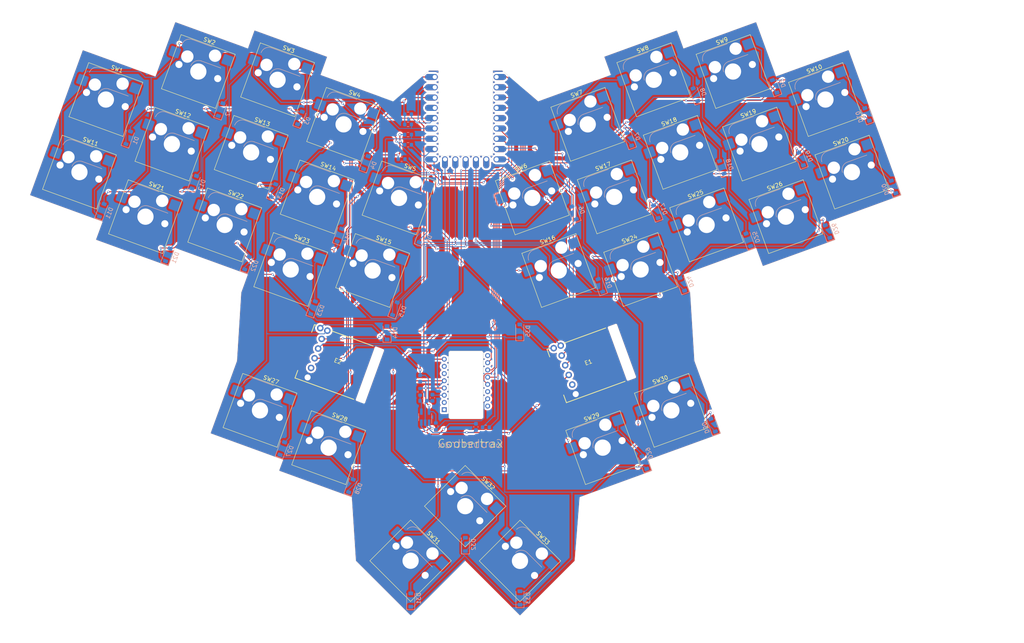
<source format=kicad_pcb>
(kicad_pcb (version 20221018) (generator pcbnew)
  (layers (0 "F.Cu" signal) (31 "B.Cu" signal) (34 "B.Paste" user) (35 "F.Paste" user) (36 "B.SilkS" user "B.Silkscreen") (37 "F.SilkS" user "F.Silkscreen") (38 "B.Mask" user) (39 "F.Mask" user) (44 "Edge.Cuts" user))
  (net 0 "")
  (net 1 "GND")
  (net 2 "VDD_5V")
  (net 3 "VDD_3.3V")
  (net 4 "VDD_2V")
  (net 5 "SCLK")
  (net 6 "MOSI")
  (net 7 "MISO")
  (net 8 "NCS")
  (net 16 "Net-(U1001-VDDPIX)")
  (net 17 "Net-(U1001-LED_P)")
  (net 18 "Net-(D1-K)")
  (net 19 "Net-(D2-A)")
  (net 20 "Net-(D3-K)")
  (net 21 "Net-(D4-A)")
  (net 22 "Net-(D5-K)")
  (net 23 "Net-(IC1001-ADJ)")
  (net 24 "Net-(D6-A)")
  (net 25 "Net-(D7-K)")
  (net 26 "Net-(D8-A)")
  (net 27 "Net-(D9-K)")
  (net 28 "Net-(D10-A)")
  (net 29 "Net-(D11-K)")
  (net 30 "Net-(D12-A)")
  (net 31 "Net-(D13-K)")
  (net 32 "Net-(D14-A)")
  (net 33 "Net-(D15-K)")
  (net 34 "Net-(D16-A)")
  (net 35 "Net-(D17-K)")
  (net 36 "Net-(D18-A)")
  (net 37 "Net-(D19-K)")
  (net 38 "Net-(D20-A)")
  (net 39 "Net-(D21-A)")
  (net 40 "Net-(D22-K)")
  (net 41 "Net-(D23-A)")
  (net 42 "Net-(D24-K)")
  (net 43 "Net-(D25-A)")
  (net 44 "Net-(D26-K)")
  (net 45 "Net-(D27-A)")
  (net 46 "Net-(D28-K)")
  (net 47 "Net-(D29-A)")
  (net 48 "Net-(D30-K)")
  (net 50 "/COL0")
  (net 51 "/COL1")
  (net 52 "/COL2")
  (net 53 "/COL3")
  (net 54 "/COL4")
  (net 55 "/ROW3")
  (net 56 "/ROW2")
  (net 57 "/ROW1")
  (net 58 "/ROW0")
  (net 59 "Net-(D31-A)")
  (net 60 "Net-(D32-K)")
  (net 61 "Net-(D33-A)")
  (net 62 "Net-(D35-A)")
  (net 65 "Net-(D34-K)")
  (net 66 "ENCB0")
  (net 67 "ENCA0")
  (net 68 "ENCA1")
  (net 69 "ENCB1")
  (footprint "PCM_Switch_Keyboard_Hotswap_Kailh:SW_Hotswap_Kailh_MX_1.00u" (layer "F.Cu") (at 103.906977 42.383716 -20)
    (fp_text reference "SW4")
    (fp_text value "SW_PUSH")
  )
  (footprint "PCM_Switch_Keyboard_Hotswap_Kailh:SW_Hotswap_Kailh_MX_1.00u" (layer "F.Cu") (at 229.198552 54.164267 20)
    (fp_text reference "SW20")
    (fp_text value "SW_PUSH")
  )
  (footprint "PCM_Switch_Keyboard_Hotswap_Kailh:SW_Hotswap_Kailh_MX_1.00u" (layer "F.Cu") (at 199.895312 29.352748 20)
    (fp_text reference "SW9")
    (fp_text value "SW_PUSH")
  )
  (footprint "PCM_Switch_Keyboard_Hotswap_Kailh:SW_Hotswap_Kailh_MX_1.00u" (layer "F.Cu") (at 61.589205 47.253893 -20)
    (fp_text reference "SW12")
    (fp_text value "SW_PUSH")
  )
  (footprint "PCM_Switch_Keyboard_Hotswap_Kailh:SW_Hotswap_Kailh_MX_1.00u" (layer "F.Cu") (at 120.426072 150.031354 -45)
    (fp_text reference "SW31")
    (fp_text value "SW_PUSH")
  )
  (footprint "PCM_Switch_Keyboard_Hotswap_Kailh:SW_Hotswap_Kailh_MX_1.00u" (layer "F.Cu") (at 222.683069 36.263123 20)
    (fp_text reference "SW10")
    (fp_text value "SW_PUSH")
  )
  (footprint "PCM_Switch_Keyboard_Hotswap_Kailh:SW_Hotswap_Kailh_MX_1.00u" (layer "F.Cu") (at 87.634704 31.392946 -20)
    (fp_text reference "SW3")
    (fp_text value "SW_PUSH")
  )
  (footprint "PCM_Switch_Keyboard_Hotswap_Kailh:SW_Hotswap_Kailh_MX_1.00u" (layer "F.Cu") (at 133.888072 136.569354 -45)
    (fp_text reference "SW32")
    (fp_text value "SW_PUSH")
  )
  (footprint "PCM_Switch_Keyboard_Hotswap_Kailh:SW_Hotswap_Kailh_MX_1.00u" (layer "F.Cu") (at 55.073721 65.155037 -20)
    (fp_text reference "SW21")
    (fp_text value "SW_PUSH")
  )
  (footprint "switch:EVQWGD001" (layer "F.Cu") (at 164.254803 101.076271 20)
    (fp_text reference "E1")
    (fp_text value "~")
    (fp_line (start 7.4 -6.3) (end 7.4 7.3) (stroke (width 0.05)) (layer "Edge.Cuts"))
    (fp_line (start 7.7 7.6) (end 9.5 7.6) (stroke (width 0.05)) (layer "Edge.Cuts"))
    (fp_line (start 9.5 -6.6) (end 7.7 -6.6) (stroke (width 0.05)) (layer "Edge.Cuts"))
    (fp_line (start 9.8 7.3) (end 9.8 -6.3) (stroke (width 0.05)) (layer "Edge.Cuts"))
    (fp_arc (start 7.4 -6.3) (mid 7.487868 -6.512132) (end 7.7 -6.6) (stroke (width 0.05)) (layer "Edge.Cuts"))
    (fp_arc (start 7.7 7.6) (mid 7.487868 7.512132) (end 7.4 7.3) (stroke (width 0.05)) (layer "Edge.Cuts"))
    (fp_arc (start 9.5 -6.6) (mid 9.712132 -6.512132) (end 9.8 -6.3) (stroke (width 0.05)) (layer "Edge.Cuts"))
    (fp_arc (start 9.8 7.3) (mid 9.712132 7.512132) (end 9.5 7.6) (stroke (width 0.05)) (layer "Edge.Cuts"))
  )
  (footprint "PCM_Switch_Keyboard_Hotswap_Kailh:SW_Hotswap_Kailh_MX_1.00u" (layer "F.Cu") (at 180.365296 31.392946 20)
    (fp_text reference "SW8")
    (fp_text value "SW_PUSH")
  )
  (footprint "switch:EVQWGD001" (layer "F.Cu") (at 102.484015 100.808949 -20)
    (fp_text reference "E2")
    (fp_text value "~")
    (fp_line (start 7.4 -6.3) (end 7.4 7.3) (stroke (width 0.05)) (layer "Edge.Cuts"))
    (fp_line (start 7.7 7.6) (end 9.5 7.6) (stroke (width 0.05)) (layer "Edge.Cuts"))
    (fp_line (start 9.5 -6.6) (end 7.7 -6.6) (stroke (width 0.05)) (layer "Edge.Cuts"))
    (fp_line (start 9.8 7.3) (end 9.8 -6.3) (stroke (width 0.05)) (layer "Edge.Cuts"))
    (fp_arc (start 7.4 -6.3) (mid 7.487868 -6.512132) (end 7.7 -6.6) (stroke (width 0.05)) (layer "Edge.Cuts"))
    (fp_arc (start 7.7 7.6) (mid 7.487868 7.512132) (end 7.4 7.3) (stroke (width 0.05)) (layer "Edge.Cuts"))
    (fp_arc (start 9.5 -6.6) (mid 9.712132 -6.512132) (end 9.8 -6.3) (stroke (width 0.05)) (layer "Edge.Cuts"))
    (fp_arc (start 9.8 7.3) (mid 9.712132 7.512132) (end 9.5 7.6) (stroke (width 0.05)) (layer "Edge.Cuts"))
  )
  (footprint "PCM_Switch_Keyboard_Hotswap_Kailh:SW_Hotswap_Kailh_MX_1.00u" (layer "F.Cu") (at 83.297651 112.931993 -20)
    (fp_text reference "SW27")
    (fp_text value "SW_PUSH")
  )
  (footprint "PCM_Switch_Keyboard_Hotswap_Kailh:SW_Hotswap_Kailh_MX_1.00u" (layer "F.Cu") (at 111.057574 78.436088 -20)
    (fp_text reference "SW15")
    (fp_text value "SW_PUSH")
  )
  (footprint "PCM_Switch_Keyboard_Hotswap_Kailh:SW_Hotswap_Kailh_MX_1.00u" (layer "F.Cu") (at 81.11922 49.29409 -20)
    (fp_text reference "SW13")
    (fp_text value "SW_PUSH")
  )
  (footprint "PCM_Switch_Keyboard_Hotswap_Kailh:SW_Hotswap_Kailh_MX_1.00u" (layer "F.Cu") (at 147.386174 150.067456 -45)
    (fp_text reference "SW33")
    (fp_text value "SW_PUSH")
  )
  (footprint "PCM_Switch_Keyboard_Hotswap_Kailh:SW_Hotswap_Kailh_MX_1.00u" (layer "F.Cu") (at 167.778527 122.132648 20)
    (fp_text reference "SW29")
    (fp_text value "SW_PUSH")
  )
  (footprint "PCM_Switch_Keyboard_Hotswap_Kailh:SW_Hotswap_Kailh_MX_1.00u" (layer "F.Cu") (at 156.942426 78.436088 20)
    (fp_text reference "SW16")
    (fp_text value "SW_PUSH")
  )
  (footprint "PCM_Switch_Keyboard_Hotswap_Kailh:SW_Hotswap_Kailh_MX_1.00u" (layer "F.Cu") (at 170.608506 60.28486 20)
    (fp_text reference "SW17")
    (fp_text value "SW_PUSH")
  )
  (footprint "mcu:rp2040-zero-tht-nocut-largerpads" (layer "F.Cu") (at 133.994194 40.857271)
    (fp_text reference "U1" hide)
    (fp_text value "rp2040-zero" hide)
  )
  (footprint "PCM_Switch_Keyboard_Hotswap_Kailh:SW_Hotswap_Kailh_MX_1.00u" (layer "F.Cu") (at 117.573057 60.534943 -20)
    (fp_text reference "SW5")
    (fp_text value "SW_PUSH")
  )
  (footprint "PCM_Switch_Keyboard_Hotswap_Kailh:SW_Hotswap_Kailh_MX_1.00u" (layer "F.Cu") (at 164.093023 42.383716 20)
    (fp_text reference "SW7")
    (fp_text value "SW_PUSH")
  )
  (footprint "PCM_Switch_Keyboard_Hotswap_Kailh:SW_Hotswap_Kailh_MX_1.00u" (layer "F.Cu") (at 90.87601 78.186005 -20)
    (fp_text reference "SW23")
    (fp_text value "SW_PUSH")
  )
  (footprint "PCM_Switch_Keyboard_Hotswap_Kailh:SW_Hotswap_Kailh_MX_1.00u" (layer "F.Cu") (at 97.391494 60.28486 -20)
    (fp_text reference "SW14")
    (fp_text value "SW_PUSH")
  )
  (footprint "PCM_Switch_Keyboard_Hotswap_Kailh:SW_Hotswap_Kailh_MX_1.00u" (layer "F.Cu") (at 74.603736 67.195235 -20)
    (fp_text reference "SW22")
    (fp_text value "SW_PUSH")
  )
  (footprint "PCM_Switch_Keyboard_Hotswap_Kailh:SW_Hotswap_Kailh_MX_1.00u" (layer "F.Cu") (at 38.801448 54.164267 -20)
    (fp_text reference "SW11")
    (fp_text value "SW_PUSH")
  )
  (footprint "PCM_Switch_Keyboard_Hotswap_Kailh:SW_Hotswap_Kailh_MX_1.00u" (layer "F.Cu") (at 184.702349 112.931993 20)
    (fp_text reference "SW30")
    (fp_text value "SW_PUSH")
  )
  (footprint "PCM_Switch_Keyboard_Hotswap_Kailh:SW_Hotswap_Kailh_MX_1.00u" (layer "F.Cu") (at 177.12399 78.186005 20)
    (fp_text reference "SW24")
    (fp_text value "SW_PUSH")
  )
  (footprint "PCM_Switch_Keyboard_Hotswap_Kailh:SW_Hotswap_Kailh_MX_1.00u" (layer "F.Cu") (at 212.926279 65.155037 20)
    (fp_text reference "SW26")
    (fp_text value "SW_PUSH")
  )
  (footprint "PCM_Switch_Keyboard_Hotswap_Kailh:SW_Hotswap_Kailh_MX_1.00u" (layer "F.Cu") (at 68.104688 29.352748 -20)
    (fp_text reference "SW2")
    (fp_text value "SW_PUSH")
  )
  (footprint "PCM_Switch_Keyboard_Hotswap_Kailh:SW_Hotswap_Kailh_MX_1.00u" (layer "F.Cu") (at 100.221473 122.132648 -20)
    (fp_text reference "SW28")
    (fp_text value "SW_PUSH")
  )
  (footprint "PCM_Switch_Keyboard_Hotswap_Kailh:SW_Hotswap_Kailh_MX_1.00u" (layer "F.Cu") (at 150.426943 60.534943 20)
    (fp_text reference "SW6")
    (fp_text value "SW_PUSH")
  )
  (footprint "PCM_Switch_Keyboard_Hotswap_Kailh:SW_Hotswap_Kailh_MX_1.00u" (layer "F.Cu") (at 206.410795 47.253893 20)
    (fp_text reference "SW19")
    (fp_text value "SW_PUSH")
  )
  (footprint "PCM_Switch_Keyboard_Hotswap_Kailh:SW_Hotswap_Kailh_MX_1.00u" (layer "F.Cu") (at 193.396264 67.195235 20)
    (fp_text reference "SW25")
    (fp_text value "SW_PUSH")
  )
  (footprint "PCM_Switch_Keyboard_Hotswap_Kailh:SW_Hotswap_Kailh_MX_1.00u" (layer "F.Cu") (at 186.88078 49.29409 20)
    (fp_text reference "SW18")
    (fp_text value "SW_PUSH")
  )
  (footprint "PCM_Switch_Keyboard_Hotswap_Kailh:SW_Hotswap_Kailh_MX_1.00u" (layer "F.Cu") (at 45.316931 36.263123 -20)
    (fp_text reference "SW1")
    (fp_text value "SW_PUSH")
  )
  (footprint "local:DIP-16_W10.16mm" (layer "B.Cu") (at 129.819194 114.282271)
    (fp_text reference "U1001" hide)
    (fp_text value "PMW3360DM-T2QU")
  )
  (footprint "local:R_0603_1608Metric" (layer "B.Cu") (at 138.989194 117.106542)
    (fp_text reference "R1004" hide)
    (fp_text value "10k")
  )
  (footprint "Diode_SMD:D_SOD-123" (layer "B.Cu") (at 120.462174 159.719456 90)
    (fp_text reference "D31")
    (fp_text value "1N4148W")
  )
  (footprint "local:C_0603_1608Metric" (layer "B.Cu") (at 125.809194 109.826542 -90)
    (fp_text reference "C1002" hide)
    (fp_text value "4.7uF")
  )
  (footprint "Diode_SMD:D_SOD-123" (layer "B.Cu") (at 60.575984 74.574185 70)
    (fp_text reference "D21")
    (fp_text value "1N4148W")
  )
  (footprint "Diode_SMD:D_SOD-123" (layer "B.Cu") (at 232.952559 39.941822 110)
    (fp_text reference "D10")
    (fp_text value "1N4148W")
  )
  (footprint "Diode_SMD:D_SOD-123" (layer "B.Cu") (at 116.559837 87.855236 70)
    (fp_text reference "D15")
    (fp_text value "1N4148W")
  )
  (footprint "Diode_SMD:D_SOD-123" (layer "B.Cu") (at 133.924174 146.003456 90)
    (fp_text reference "D32")
    (fp_text value "1N4148W")
  )
  (footprint "Diode_SMD:D_SOD-123" (layer "B.Cu") (at 167.211916 82.114787 110)
    (fp_text reference "D16")
    (fp_text value "1N4148W")
  )
  (footprint "Diode_SMD:D_SOD-123" (layer "B.Cu") (at 216.680285 50.932592 110)
    (fp_text reference "D19")
    (fp_text value "1N4148W")
  )
  (footprint "Diode_SMD:D_SOD-123" (layer "B.Cu") (at 67.091468 56.673041 70)
    (fp_text reference "D12")
    (fp_text value "1N4148W")
  )
  (footprint "Diode_SMD:D_SOD-123" (layer "B.Cu") (at 160.696433 64.213642 110)
    (fp_text reference "D6")
    (fp_text value "1N4148W")
  )
  (footprint "Diode_SMD:D_SOD-123" (layer "B.Cu") (at 105.723736 131.551796 70)
    (fp_text reference "D28")
    (fp_text value "1N4148W")
  )
  (footprint "Diode_SMD:D_SOD-123" (layer "B.Cu") (at 80.105999 76.614383 70)
    (fp_text reference "D22")
    (fp_text value "1N4148W")
  )
  (footprint "Diode_SMD:D_SOD-123" (layer "B.Cu") (at 93.136967 40.812094 70)
    (fp_text reference "D3")
    (fp_text value "1N4148W")
  )
  (footprint "Diode_SMD:D_SOD-123" (layer "B.Cu") (at 194.971839 116.610692 110)
    (fp_text reference "D30")
    (fp_text value "1N4148W")
  )
  (footprint "Diode_SMD:D_SOD-123" (layer "B.Cu") (at 239.468042 57.842966 110)
    (fp_text reference "D20")
    (fp_text value "1N4148W")
  )
  (footprint "Diode_SMD:D_SOD-123" (layer "B.Cu") (at 114.619194 93.782271 90)
    (fp_text reference "D34")
    (fp_text value "1N4148W")
  )
  (footprint "local:R_0603_1608Metric" (layer "B.Cu") (at 118.209194 50.972271)
    (fp_text reference "R5" hide)
    (fp_text value "10k")
  )
  (footprint "Diode_SMD:D_SOD-123" (layer "B.Cu") (at 180.877996 63.963559 110)
    (fp_text reference "D17")
    (fp_text value "1N4148W")
  )
  (footprint "Diode_SMD:D_SOD-123" (layer "B.Cu") (at 88.799914 122.351141 70)
    (fp_text reference "D27")
    (fp_text value "1N4148W")
  )
  (footprint "Diode_SMD:D_SOD-123" (layer "B.Cu") (at 178.048017 125.811347 110)
    (fp_text reference "D29")
    (fp_text value "1N4148W")
  )
  (footprint "Diode_SMD:D_SOD-123" (layer "B.Cu") (at 44.303711 63.583415 70)
    (fp_text reference "D11")
    (fp_text value "1N4148W")
  )
  (footprint "Diode_SMD:D_SOD-123" (layer "B.Cu") (at 174.362513 46.062415 110)
    (fp_text reference "D7")
    (fp_text value "1N4148W")
  )
  (footprint "Diode_SMD:D_SOD-123" (layer "B.Cu") (at 123.07532 69.954091 70)
    (fp_text reference "D5")
    (fp_text value "1N4148W")
  )
  (footprint "Diode_SMD:D_SOD-123" (layer "B.Cu") (at 73.606951 38.771896 70)
    (fp_text reference "D2")
    (fp_text value "1N4148W")
  )
  (footprint "Diode_SMD:D_SOD-123" (layer "B.Cu") (at 86.621483 58.713238 70)
    (fp_text reference "D13")
    (fp_text value "1N4148W")
  )
  (footprint "local:C_0603_1608Metric" (layer "B.Cu") (at 136.529194 117.006542 -90)
    (fp_text reference "C1003" hide)
    (fp_text value "1uF")
  )
  (footprint "Package_TO_SOT_SMD:SOT-23-5_HandSoldering" (layer "B.Cu") (at 124.019194 114.606542 90)
    (fp_text reference "IC1001" hide)
    (fp_text value "AP7335-WG-7")
  )
  (footprint "local:R_0603_1608Metric" (layer "B.Cu") (at 119.804194 44.912271)
    (fp_text reference "R3" hide)
    (fp_text value "10k")
  )
  (footprint "Diode_SMD:D_SOD-123" (layer "B.Cu") (at 109.40924 51.802864 70)
    (fp_text reference "D4")
    (fp_text value "1N4148W")
  )
  (footprint "Diode_SMD:D_SOD-123" (layer "B.Cu") (at 102.893757 69.704008 70)
    (fp_text reference "D14")
    (fp_text value "1N4148W")
  )
  (footprint "Diode_SMD:D_SOD-123" (layer "B.Cu") (at 147.386174 159.211456 90)
    (fp_text reference "D33")
    (fp_text value "1N4148W")
  )
  (footprint "local:R_0603_1608Metric" (layer "B.Cu") (at 119.804194 42.402271)
    (fp_text reference "R2" hide)
    (fp_text value "10k")
  )
  (footprint "local:R_0603_1608Metric" (layer "B.Cu") (at 122.769194 108.366542 90)
    (fp_text reference "R1003" hide)
    (fp_text value "15k")
  )
  (footprint "local:C_0603_1608Metric" (layer "B.Cu") (at 122.779194 105.071542 90)
    (fp_text reference "C1001" hide)
    (fp_text value "1uF")
  )
  (footprint "local:R_0603_1608Metric" (layer "B.Cu") (at 123.569194 110.586542)
    (fp_text reference "R1002" hide)
    (fp_text value "10k")
  )
  (footprint "Diode_SMD:D_SOD-123" (layer "B.Cu") (at 203.665754 70.873934 110)
    (fp_text reference "D25")
    (fp_text value "1N4148W")
  )
  (footprint "Diode_SMD:D_SOD-123" (layer "B.Cu") (at 210.164802 33.031447 110)
    (fp_text reference "D9")
    (fp_text value "1N4148W")
  )
  (footprint "Diode_SMD:D_SOD-123" (layer "B.Cu") (at 223.195769 68.833736 110)
    (fp_text reference "D26")
    (fp_text value "1N4148W")
  )
  (footprint "Diode_SMD:D_SOD-123" (layer "B.Cu") (at 190.634786 35.071645 110)
    (fp_text reference "D8")
    (fp_text value "1N4148W")
  )
  (footprint "Diode_SMD:D_SOD-123" (layer "B.Cu") (at 187.39348 81.864704 110)
    (fp_text reference "D24")
    (fp_text value "1N4148W")
  )
  (footprint "Diode_SMD:D_SOD-123" (layer "B.Cu") (at 96.378273 87.605153 70)
    (fp_text reference "D23")
    (fp_text value "1N4148W")
  )
  (footprint "Diode_SMD:D_SOD-123" (layer "B.Cu") (at 50.819194 45.682271 70)
    (fp_text reference "D1")
    (fp_text value "1N4148W")
  )
  (footprint "Diode_SMD:D_SOD-123" (layer "B.Cu") (at 197.15027 52.972789 110)
    (fp_text reference "D18")
    (fp_text value "1N4148W")
  )
  (footprint "Diode_SMD:D_SOD-123" (layer "B.Cu") (at 147.344194 93.382271 90)
    (fp_text reference "D35")
    (fp_text value "1N4148W")
  )
  (footprint "local:R_0603_1608Metric" (layer "B.Cu") (at 126.649194 116.866542 -90)
    (fp_text reference "R1001" hide)
    (fp_text value "39")
  )
  (footprint "local:R_0603_1608Metric" (layer "B.Cu") (at 119.804194 39.892271)
    (fp_text reference "R1" hide)
    (fp_text value "10k")
  )
  (footprint "local:R_0603_1608Metric" (layer "B.Cu") (at 119.804194 47.422271)
    (fp_text reference "R4" hide)
    (fp_text value "10k")
  )
  (gr_line (start 130.322 115.032272) (end 137.822 115.032272) (stroke (width 0.1)) (layer "Edge.Cuts"))
  (gr_line (start 106.929194 150.042271) (end 120.429194 163.532271) (stroke (width 0.05)) (layer "Edge.Cuts"))
  (gr_line (start 120.429194 163.532271) (end 133.879194 150.082271) (stroke (width 0.05)) (layer "Edge.Cuts"))
  (gr_line (start 78.669194 83.882271) (end 80.294194 79.407271) (stroke (width 0.05)) (layer "Edge.Cuts"))
  (gr_line (start 186.069194 19.182271) (end 168.144194 25.682271) (stroke (width 0.05)) (layer "Edge.Cuts"))
  (gr_line (start 77.619194 100.732271) (end 71.094194 118.607271) (stroke (width 0.05)) (layer "Edge.Cuts"))
  (gr_line (start 162.094194 134.357271) (end 179.994194 127.832271) (stroke (width 0.05)) (layer "Edge.Cuts"))
  (gr_line (start 88.994194 125.132271) (end 87.994194 127.832271) (stroke (width 0.05)) (layer "Edge.Cuts"))
  (gr_line (start 105.919194 134.357271) (end 106.929194 150.042271) (stroke (width 0.05)) (layer "Edge.Cuts"))
  (gr_line (start 169.769194 30.182271) (end 151.869194 36.682271) (stroke (width 0.05)) (layer "Edge.Cuts"))
  (gr_line (start 71.094194 118.607271) (end 88.994194 125.132271) (stroke (width 0.05)) (layer "Edge.Cuts"))
  (gr_line (start 44.494194 66.382271) (end 42.844194 70.857271) (stroke (width 0.05)) (layer "Edge.Cuts"))
  (gr_line (start 80.319194 23.632271) (end 62.419194 17.132271) (stroke (width 0.05)) (layer "Edge.Cuts"))
  (gr_line (start 133.879194 150.082271) (end 147.389194 163.572271) (stroke (width 0.05)) (layer "Edge.Cuts"))
  (gr_line (start 77.619194 100.732271) (end 78.669194 83.882271) (stroke (width 0.05)) (layer "Edge.Cuts"))
  (gr_line (start 147.389194 163.572271) (end 160.889194 150.072271) (stroke (width 0.05)) (layer "Edge.Cuts"))
  (gr_line (start 130.322 98.282272) (end 137.822 98.282272) (stroke (width 0.1)) (layer "Edge.Cuts"))
  (gr_line (start 127.319194 29.082271) (end 124.969194 29.082271) (stroke (width 0.05)) (layer "Edge.Cuts"))
  (gr_line (start 228.394194 24.032271) (end 210.494194 30.532271) (stroke (width 0.05)) (layer "Edge.Cuts"))
  (gr_line (start 196.919194 118.632271) (end 190.394194 100.732271) (stroke (width 0.05)) (layer "Edge.Cuts"))
  (gr_line (start 98.244194 30.182271) (end 99.869194 25.707271) (stroke (width 0.05)) (layer "Edge.Cuts"))
  (gr_line (start 160.889194 150.072271) (end 162.094194 134.357271) (stroke (width 0.05)) (layer "Edge.Cuts"))
  (gr_line (start 127.319194 50.082271) (end 127.319194 29.082271) (stroke (width 0.05)) (layer "Edge.Cuts"))
  (gr_line (start 39.619194 24.057271) (end 26.594194 59.857271) (stroke (width 0.05)) (layer "Edge.Cuts"))
  (gr_line (start 80.294194 79.407271) (end 62.394194 72.907271) (stroke (width 0.05)) (layer "Edge.Cuts"))
  (gr_line (start 138.322 98.782272) (end 138.322 114.532272) (stroke (width 0.1)) (layer "Edge.Cuts"))
  (gr_line (start 57.519194 30.557271) (end 39.619194 24.057271) (stroke (width 0.05)) (layer "Edge.Cuts"))
  (gr_line (start 99.869194 25.707271) (end 81.944194 19.182271) (stroke (width 0.05)) (layer "Edge.Cuts"))
  (gr_line (start 179.994194 127.832271) (end 179.019194 125.132271) (stroke (width 0.05)) (layer "Edge.Cuts"))
  (gr_arc (start 129.822 98.782272) (mid 129.968457 98.428737) (end 130.322 98.282272) (stroke (width 0.1)) (layer "Edge.Cuts"))
  (gr_line (start 225.144194 70.857271) (end 223.519194 66.382271) (stroke (width 0.05)) (layer "Edge.Cuts"))
  (gr_line (start 187.694194 23.657271) (end 186.069194 19.182271) (stroke (width 0.05)) (layer "Edge.Cuts"))
  (gr_line (start 189.344194 83.857271) (end 187.744194 79.407271) (stroke (width 0.05)) (layer "Edge.Cuts"))
  (gr_line (start 26.594194 59.857271) (end 44.494194 66.382271) (stroke (width 0.05)) (layer "Edge.Cuts"))
  (gr_line (start 62.419194 17.132271) (end 57.519194 30.557271) (stroke (width 0.05)) (layer "Edge.Cuts"))
  (gr_line (start 143.019194 29.082271) (end 140.694194 29.082271) (stroke (width 0.05)) (layer "Edge.Cuts"))
  (gr_line (start 207.244194 77.357271) (end 225.144194 70.857271) (stroke (width 0.05)) (layer "Edge.Cuts"))
  (gr_line (start 179.019194 125.132271) (end 196.919194 118.632271) (stroke (width 0.05)) (layer "Edge.Cuts"))
  (gr_line (start 205.594194 72.907271) (end 207.244194 77.357271) (stroke (width 0.05)) (layer "Edge.Cuts"))
  (gr_line (start 87.994194 127.832271) (end 105.919194 134.357271) (stroke (width 0.05)) (layer "Edge.Cuts"))
  (gr_line (start 140.694194 29.082271) (end 140.694194 50.082271) (stroke (width 0.05)) (layer "Edge.Cuts"))
  (gr_line (start 60.769194 77.382271) (end 42.844194 70.857271) (stroke (width 0.05)) (layer "Edge.Cuts"))
  (gr_line (start 116.119194 36.682271) (end 98.244194 30.182271) (stroke (width 0.05)) (layer "Edge.Cuts"))
  (gr_line (start 129.822 114.532272) (end 129.822 98.782272) (stroke (width 0.1)) (layer "Edge.Cuts"))
  (gr_line (start 168.144194 25.682271) (end 169.769194 30.182271) (stroke (width 0.05)) (layer "Edge.Cuts"))
  (gr_line (start 151.869194 36.682271) (end 143.019194 29.082271) (stroke (width 0.05)) (layer "Edge.Cuts"))
  (gr_line (start 124.969194 29.082271) (end 116.119194 36.682271) (stroke (width 0.05)) (layer "Edge.Cuts"))
  (gr_line (start 62.394194 72.907271) (end 60.769194 77.382271) (stroke (width 0.05)) (layer "Edge.Cuts"))
  (gr_arc (start 137.822 98.282272) (mid 138.175563 98.428717) (end 138.322 98.782272) (stroke (width 0.1)) (layer "Edge.Cuts"))
  (gr_arc (start 138.322 114.532272) (mid 138.175563 114.885843) (end 137.822 115.032272) (stroke (width 0.1)) (layer "Edge.Cuts"))
  (gr_line (start 241.419194 59.857271) (end 228.394194 24.032271) (stroke (width 0.05)) (layer "Edge.Cuts"))
  (gr_line (start 140.694194 50.082271) (end 127.319194 50.082271) (stroke (width 0.05)) (layer "Edge.Cuts"))
  (gr_arc (start 130.322 115.032272) (mid 129.968457 114.885824) (end 129.822 114.532272) (stroke (width 0.1)) (layer "Edge.Cuts"))
  (gr_line (start 205.594194 17.132271) (end 187.694194 23.657271) (stroke (width 0.05)) (layer "Edge.Cuts"))
  (gr_line (start 210.494194 30.532271) (end 205.594194 17.132271) (stroke (width 0.05)) (layer "Edge.Cuts"))
  (gr_line (start 187.744194 79.407271) (end 205.594194 72.907271) (stroke (width 0.05)) (layer "Edge.Cuts"))
  (gr_line (start 190.394194 100.732271) (end 189.344194 83.857271) (stroke (width 0.05)) (layer "Edge.Cuts"))
  (gr_line (start 81.944194 19.182271) (end 80.319194 23.632271) (stroke (width 0.05)) (layer "Edge.Cuts"))
  (gr_line (start 223.519194 66.382271) (end 241.419194 59.857271) (stroke (width 0.05)) (layer "Edge.Cuts"))
  (gr_text "Goobertrax" (at 143.359194 122.372271) (layer "B.SilkS") (effects (font (size 2 2)) (justify left bottom mirror)))
  (gr_text "Goobertrax" (at 126.959194 122.302271) (layer "F.SilkS") (effects (font (size 2 2)) (justify left bottom)))
  (segment (start 123.778465 100.302271) (end 123.689194 100.213) (width 0.25) (layer "F.Cu") (net 1))
  (segment (start 122.779194 101.301542) (end 122.779194 102.951542) (width 0.25) (layer "F.Cu") (net 1))
  (segment (start 96.763878 100.078495) (end 103.715418 100.078495) (width 0.25) (layer "F.Cu") (net 1))
  (segment (start 122.879194 101.201542) (end 122.779194 101.301542) (width 0.25) (layer "F.Cu") (net 1))
  (segment (start 151.889671 111.707271) (end 151.594194 111.707271) (width 0.25) (layer "F.Cu") (net 1))
  (segment (start 128.719194 100.302271) (end 123.778465 100.302271) (width 0.25) (layer "F.Cu") (net 1))
  (segment (start 123.778465 100.302271) (end 122.879194 101.201542) (width 0.25) (layer "F.Cu") (net 1))
  (segment (start 144.569194 118.657271) (end 144.308465 118.396542) (width 0.25) (layer "F.Cu") (net 1))
  (segment (start 144.308465 118.396542) (end 134.244194 118.396542) (width 0.25) (layer "F.Cu") (net 1))
  (segment (start 103.715418 100.078495) (end 103.769194 100.132271) (width 0.25) (layer "F.Cu") (net 1))
  (segment (start 159.403398 104.193544) (end 151.889671 111.707271) (width 0.25) (layer "F.Cu") (net 1))
  (segment (start 123.689194 100.213) (end 123.689194 42.831771) (width 0.25) (layer "F.Cu") (net 1))
  (segment (start 123.689194 42.831771) (end 122.294194 41.436771) (width 0.25) (layer "F.Cu") (net 1))
  (via (at 103.769194 100.132271) (size 0.6) (drill 0.4) (layers "F.Cu" "B.Cu") (net 1))
  (via (at 134.244194 118.396542) (size 0.6) (drill 0.4) (layers "F.Cu" "B.Cu") (net 1))
  (via (at 122.294194 41.436771) (size 0.6) (drill 0.4) (layers "F.Cu" "B.Cu") (net 1))
  (via (at 122.779194 102.951542) (size 0.6) (drill 0.4) (layers "F.Cu" "B.Cu") (net 1))
  (via (at 144.569194 118.657271) (size 0.6) (drill 0.4) (layers "F.Cu" "B.Cu") (net 1))
  (via (at 151.594194 111.707271) (size 0.6) (drill 0.4) (layers "F.Cu" "B.Cu") (net 1))
  (segment (start 122.294194 41.436771) (end 122.294194 34.807271) (width 0.25) (layer "B.Cu") (net 1))
  (segment (start 124.784194 105.056542) (end 124.024194 104.296542) (width 0.25) (layer "B.Cu") (net 1))
  (segment (start 122.294194 34.807271) (end 123.864194 33.237271) (width 0.25) (layer "B.Cu") (net 1))
  (segment (start 151.594194 111.707271) (end 144.644194 118.657271) (width 0.25) (layer "B.Cu") (net 1))
  (segment (start 124.019194 116.546542) (end 124.019194 115.956542) (width 0.25) (layer "B.Cu") (net 1))
  (segment (start 125.869194 118.396542) (end 124.019194 116.546542) (width 0.25) (layer "B.Cu") (net 1))
  (segment (start 125.809194 110.601542) (end 124.409194 110.601542) (width 0.25) (layer "B.Cu") (net 1))
  (segment (start 122.779194 102.951542) (end 122.779194 104.296542) (width 0.25) (layer "B.Cu") (net 1))
  (segment (start 106.910463 96.991002) (end 116.818654 96.991002) (width 0.25) (layer "B.Cu") (net 1))
  (segment (start 124.409194 110.601542) (end 124.394194 110.586542) (width 0.25) (layer "B.Cu") (net 1))
  (segment (start 123.864194 33.237271) (end 126.374194 33.237271) (width 0.25) (layer "B.Cu") (net 1))
  (segment (start 136.529194 117.781542) (end 135.914194 118.396542) (width 0.25) (layer "B.Cu") (net 1))
  (segment (start 124.019194 110.961542) (end 124.019194 115.956542) (width 0.25) (layer "B.Cu") (net 1))
  (segment (start 124.784194 110.196542) (end 124.784194 105.056542) (width 0.25) (layer "B.Cu") (net 1))
  (segment (start 103.769194 100.132271) (end 106.910463 96.991002) (width 0.25) (layer "B.Cu") (net 1))
  (segment (start 124.394194 110.586542) (end 124.019194 110.961542) (width 0.25) (layer "B.Cu") (net 1))
  (segment (start 135.914194 118.396542) (end 134.244194 118.396542) (width 0.25) (layer "B.Cu") (net 1))
  (segment (start 124.024194 104.296542) (end 122.779194 104.296542) (width 0.25) (layer "B.Cu") (net 1))
  (segment (start 144.644194 118.657271) (end 144.569194 118.657271) (width 0.25) (layer "B.Cu") (net 1))
  (segment (start 134.244194 118.396542) (end 125.869194 118.396542) (width 0.25) (layer "B.Cu") (net 1))
  (segment (start 124.394194 110.586542) (end 124.784194 110.196542) (width 0.25) (layer "B.Cu") (net 1))
  (segment (start 116.818654 96.991002) (end 122.779194 102.951542) (width 0.25) (layer "B.Cu") (net 1))
  (segment (start 105.465138 48.397316) (end 105.465138 67.453215) (width 0.25) (layer "F.Cu") (net 2))
  (segment (start 104.669194 110.132271) (end 106.694194 112.157271) (width 0.25) (layer "F.Cu") (net 2))
  (segment (start 113.223433 36.328032) (end 106.519194 43.032271) (width 0.25) (layer "F.Cu") (net 2))
  (segment (start 125.704194 117.351542) (end 124.979194 117.351542) (width 0.25) (layer "F.Cu") (net 2))
  (segment (start 106.519194 43.032271) (end 106.519194 47.34326) (width 0.25) (layer "F.Cu") (net 2))
  (segment (start 114.486645 36.328032) (end 113.223433 36.328032) (width 0.25) (layer "F.Cu") (net 2))
  (segment (start 106.694194 112.157271) (end 118.869194 112.157271) (width 0.25) (layer "F.Cu") (net 2))
  (segment (start 118.919194 117.032271) (end 120.010965 118.124042) (width 0.25) (layer "F.Cu") (net 2))
  (segment (start 118.919194 112.207271) (end 118.919194 117.032271) (width 0.25) (layer "F.Cu") (net 2))
  (segment (start 106.519194 47.34326) (end 105.465138 48.397316) (width 0.25) (layer "F.Cu") (net 2))
  (segment (start 126.374194 30.697271) (end 123.433928 30.697271) (width 0.25) (layer "F.Cu") (net 2))
  (segment (start 120.010965 118.124042) (end 124.206694 118.124042) (width 0.25) (layer "F.Cu") (net 2))
  (segment (start 124.889923 118.807271) (end 124.206694 118.124042) (width 0.25) (layer "F.Cu") (net 2))
  (segment (start 118.869194 112.157271) (end 118.919194 112.207271) (width 0.25) (layer "F.Cu") (net 2))
  (segment (start 116.367778 36.925575) (end 115.084188 36.925575) (width 0.25) (layer "F.Cu") (net 2))
  (segment (start 104.669194 68.249159) (end 104.669194 110.132271) (width 0.25) (layer "F.Cu") (net 2))
  (segment (start 117.501979 35.791374) (end 116.367778 36.925575) (width 0.25) (layer "F.Cu") (net 2))
  (segment (start 128.594194 117.582271) (end 127.369194 118.807271) (width 0.25) (layer "F.Cu") (net 2))
  (segment (start 124.979194 117.351542) (end 124.206694 118.124042) (width 0.25) (layer "F.Cu") (net 2))
  (segment (start 105.465138 67.453215) (end 104.669194 68.249159) (width 0.25) (layer "F.Cu") (net 2))
  (segment (start 127.369194 118.807271) (end 124.889923 118.807271) (width 0.25) (layer "F.Cu") (net 2))
  (segment (start 115.084188 36.925575) (end 114.486645 36.328032) (width 0.25) (layer "F.Cu") (net 2))
  (segment (start 123.433928 30.697271) (end 117.501979 35.791374) (width 0.25) (layer "F.Cu") (net 2))
  (via (at 125.704194 117.351542) (size 0.6) (drill 0.4) (layers "F.Cu" "B.Cu") (net 2))
  (via (at 128.594194 117.582271) (size 0.6) (drill 0.4) (layers "F.Cu" "B.Cu") (net 2))
  (via (at 124.206694 118.124042) (size 0.6) (drill 0.4) (layers "F.Cu" "B.Cu") (net 2))
  (segment (start 124.969194 115.956542) (end 124.969194 116.616542) (width 0.25) (layer "B.Cu") (net 2))
  (segment (start 124.969194 116.616542) (end 125.704194 117.351542) (width 0.25) (layer "B.Cu") (net 2))
  (segment (start 123.069194 115.956542) (end 123.069194 116.986542) (width 0.25) (layer "B.Cu") (net 2))
  (segment (start 129.944923 116.231542) (end 128.594194 117.582271) (width 0.25) (layer "B.Cu") (net 2))
  (segment (start 123.069194 116.986542) (end 124.206694 118.124042) (width 0.25) (layer "B.Cu") (net 2))
  (segment (start 136.529194 116.231542) (end 129.944923 116.231542) (width 0.25) (layer "B.Cu") (net 2))
  (segment (start 126.374194 35.777271) (end 119.569194 35.777271) (width 0.25) (layer "F.Cu") (net 3))
  (segment (start 117.779194 49.492271) (end 117.349194 49.922271) (width 0.25) (layer "F.Cu") (net 3))
  (segment (start 117.779194 44.942271) (end 117.779194 49.492271) (width 0.25) (layer "F.Cu") (net 3))
  (segment (start 114.194194 111.707271) (end 120.259194 105.642271) (width 0.25) (layer "F.Cu") (net 3))
  (segment (start 117.349194 49.922271) (end 111.659194 49.922271) (width 0.25) (layer "F.Cu") (net 3))
  (segment (start 120.259194 105.642271) (end 128.719194 105.642271) (width 0.25) (layer "F.Cu") (net 3))
  (segment (start 119.569194 35.777271) (end 119.569194 35.857271) (width 0.25) (layer "F.Cu") (net 3))
  (segment (start 105.994194 67.532271) (end 105.103935 68.42253) (width 0.25) (layer "F.Cu") (net 3))
  (segment (start 118.791694 36.634771) (end 118.475093 36.951372) (width 0.25) (layer "F.Cu") (net 3))
  (segment (start 119.569194 35.857271) (end 118.791694 36.634771) (width 0.25) (layer "F.Cu") (net 3))
  (segment (start 111.659194 49.922271) (end 108.103744 46.366821) (width 0.25) (layer "F.Cu") (net 3))
  (segment (start 108.103744 46.366821) (end 105.994194 48.476372) (width 0.25) (layer "F.Cu") (net 3))
  (segment (start 105.103935 68.42253) (end 105.103935 109.9589) (width 0.25) (layer "F.Cu") (net 3))
  (segment (start 105.994194 48.476372) (end 105.994194 67.532271) (width 0.25) (layer "F.Cu") (net 3))
  (segment (start 105.103935 109.9589) (end 106.872306 111.727271) (width 0.25) (layer "F.Cu") (net 3))
  (segment (start 117.519194 36.951372) (end 108.103744 46.366821) (width 0.25) (layer "F.Cu") (net 3))
  (segment (start 114.194194 111.727271) (end 114.194194 111.707271) (width 0.25) (layer "F.Cu") (net 3))
  (segment (start 118.475093 36.951372) (end 117.519194 36.951372) (width 0.25) (layer "F.Cu") (net 3))
  (segment (start 106.872306 111.727271) (end 114.194194 111.727271) (width 0.25) (layer "F.Cu") (net 3))
  (via (at 117.349194 49.922271) (size 0.6) (drill 0.4) (layers "F.Cu" "B.Cu") (net 3))
  (via (at 117.823231 46.516771) (size 0.6) (drill 0.4) (layers "F.Cu" "B.Cu") (net 3))
  (via (at 117.779194 44.942271) (size 0.6) (drill 0.4) (layers "F.Cu" "B.Cu") (net 3))
  (via (at 118.791694 36.634771) (size 0.6) (drill 0.4) (layers "F.Cu" "B.Cu") (net 3))
  (segment (start 140.863465 114.407271) (end 141.169194 114.407271) (width 0.25) (layer "B.Cu") (net 3))
  (segment (start 118.979194 39.892271) (end 118.791694 39.704771) (width 0.25) (layer "B.Cu") (net 3))
  (segment (start 138.164194 117.106542) (end 140.863465 114.407271) (width 0.25) (layer "B.Cu") (net 3))
  (segment (start 118.728731 47.422271) (end 117.823231 46.516771) (width 0.25) (layer "B.Cu") (net 3))
  (segment (start 141.169194 114.407271) (end 141.169194 97.932271) (width 0.25) (layer "B.Cu") (net 3))
  (segment (start 118.979194 44.912271) (end 117.809194 44.912271) (width 0.25) (layer "B.Cu") (net 3))
  (segment (start 127.019194 107.022271) (end 127.179194 107.182271) (width 0.25) (layer "B.Cu") (net 3))
  (segment (start 117.349194 49.922271) (end 117.349194 50.937271) (width 0.25) (layer "B.Cu") (net 3))
  (segment (start 128.719194 105.642271) (end 127.179194 107.182271) (width 0.25) (layer "B.Cu") (net 3))
  (segment (start 117.809194 44.912271) (end 117.779194 44.942271) (width 0.25) (layer "B.Cu") (net 3))
  (segment (start 117.349194 50.937271) (end 117.384194 50.972271) (width 0.25) (layer "B.Cu") (net 3))
  (segment (start 118.979194 47.422271) (end 118.728731 47.422271) (width 0.25) (layer "B.Cu") (net 3))
  (segment (start 139.744194 96.507271) (end 129.469194 96.507271) (width 0.25) (layer "B.Cu") (net 3))
  (segment (start 118.791694 39.704771) (end 118.791694 36.634771) (width 0.25) (layer "B.Cu") (net 3))
  (segment (start 141.169194 97.932271) (end 139.744194 96.507271) (width 0.25) (layer "B.Cu") (net 3))
  (segment (start 118.979194 39.892271) (end 118.979194 42.402271) (width 0.25) (layer "B.Cu") (net 3))
  (segment (start 129.469194 96.507271) (end 127.019194 98.957271) (width 0.25) (layer "B.Cu") (net 3))
  (segment (start 127.019194 98.957271) (end 127.019194 107.022271) (width 0.25) (layer "B.Cu") (net 3))
  (segment (start 124.208465 107.422271) (end 124.179194 107.451542) (width 0.25) (layer "F.Cu") (net 4))
  (segment (start 128.719194 107.422271) (end 124.208465 107.422271) (width 0.25) (layer "F.Cu") (net 4))
  (segment (start 124.179194 110.976542) (end 124.979194 111.776542) (width 0.25) (layer "F.Cu") (net 4))
  (segment (start 124.179194 107.451542) (end 124.179194 110.976542) (width 0.25) (layer "F.Cu") (net 4))
  (via (at 124.179194 107.451542) (size 0.6) (drill 0.4) (layers "F.Cu" "B.Cu") (net 4))
  (via (at 124.979194 111.776542) (size 0.6) (drill 0.4) (layers "F.Cu" "B.Cu") (net 4))
  (segment (start 124.179194 107.451542) (end 124.179194 105.876542) (width 0.25) (layer "B.Cu") (net 4))
  (segment (start 124.149194 105.846542) (end 122.779194 105.846542) (width 0.25) (layer "B.Cu") (net 4))
  (segment (start 124.979194 113.246542) (end 124.969194 113.256542) (width 0.25) (layer "B.Cu") (net 4))
  (segment (start 122.859194 107.451542) (end 122.769194 107.541542) (width 0.25) (layer "B.Cu") (net 4))
  (segment (start 124.979194 111.776542) (end 124.979194 113.246542) (width 0.25) (layer "B.Cu") (net 4))
  (segment (start 126.649194 113.871542) (end 126.649194 116.041542) (width 0.25) (layer "B.Cu") (net 4))
  (segment (start 124.179194 105.876542) (end 124.149194 105.846542) (width 0.25) (layer "B.Cu") (net 4))
  (segment (start 124.179194 107.451542) (end 122.859194 107.451542) (width 0.25) (layer "B.Cu") (net 4))
  (segment (start 124.969194 113.256542) (end 126.034194 113.256542) (width 0.25) (layer "B.Cu") (net 4))
  (segment (start 126.034194 113.256542) (end 126.649194 113.871542) (width 0.25) (layer "B.Cu") (net 4))
  (segment (start 147.934194 35.982271) (end 147.729194 35.777271) (width 0.2) (layer "F.Cu") (net 5))
  (segment (start 147.844194 51.507271) (end 147.919194 51.507271) (width 0.2) (layer "F.Cu") (net 5))
  (segment (start 141.209194 58.292467) (end 147.844194 51.657467) (width 0.2) (layer "F.Cu") (net 5))
  (segment (start 139.419194 101.192271) (end 140.299194 100.312271) (width 0.2) (layer "F.Cu") (net 5))
  (segment (start 140.294194 92.582271) (end 141.209194 91.667271) (width 0.2) (layer "F.Cu") (net 5))
  (segment (start 140.299194 100.312271) (end 140.299194 92.587271) (width 0.2) (layer "F.Cu") (net 5))
  (segment (start 140.299194 92.587271) (end 140.294194 92.582271) (width 0.2) (layer "F.Cu") (net 5))
  (segment (start 147.844194 51.657467) (end 147.844194 51.507271) (width 0.2) (layer "F.Cu") (net 5))
  (segment (start 147.729194 35.777271) (end 141.614194 35.777271) (width 0.2) (layer "F.Cu") (net 5))
  (segment (start 147.934194 51.492271) (end 147.934194 35.982271) (width 0.2) (layer "F.Cu") (net 5))
  (segment (start 147.919194 51.507271) (end 147.934194 51.492271) (width 0.2) (layer "F.Cu") (net 5))
  (segment (start 141.209194 91.667271) (end 141.209194 58.292467) (width 0.2) (layer "F.Cu") (net 5))
  (segment (start 142.800591 56.163668) (end 140.829194 58.135065) (width 0.2) (layer "F.Cu") (net 6))
  (segment (start 142.800591 56.013473) (end 142.800591 56.163668) (width 0.2) (layer "F.Cu") (net 6))
  (segment (start 147.554194 42.582271) (end 147.554194 51.25987) (width 0.2) (layer "F.Cu") (net 6))
  (segment (start 147.554194 39.317271) (end 147.554194 42.582271) (width 0.2) (layer "F.Cu") (net 6))
  (segment (start 140.441792 102.972271) (end 139.419194 102.972271) (width 0.2) (layer "F.Cu") (net 6))
  (segment (start 141.031108 92.594185) (end 141.209194 92.772271) (width 0.2) (layer "F.Cu") (net 6))
  (segment (start 141.209194 102.204869) (end 140.441792 102.972271) (width 0.2) (layer "F.Cu") (net 6))
  (segment (start 147.319194 39.082271) (end 147.554194 39.317271) (width 0.2) (layer "F.Cu") (net 6))
  (segment (start 146.554194 38.317271) (end 147.319194 39.082271) (width 0.2) (layer "F.Cu") (net 6))
  (segment (start 147.554194 51.25987) (end 142.800591 56.013473) (width 0.2) (layer "F.Cu") (net 6))
  (segment (start 140.829194 58.135065) (end 140.829194 63.407271) (width 0.2) (layer "F.Cu") (net 6))
  (segment (start 140.829194 91.032771) (end 140.679694 91.182271) (width 0.2) (layer "F.Cu") (net 6))
  (segment (start 141.209194 92.772271) (end 141.209194 102.204869) (width 0.2) (layer "F.Cu") (net 6))
  (segment (start 140.829194 63.407271) (end 140.829194 91.032771) (width 0.2) (layer "F.Cu") (net 6))
  (segment (start 141.614194 38.317271) (end 146.554194 38.317271) (width 0.2) (layer "F.Cu") (net 6))
  (via (at 141.031108 92.594185) (size 0.5) (drill 0.3) (layers "F.Cu" "B.Cu") (net 6))
  (via (at 140.679694 91.182271) (size 0.5) (drill 0.3) (layers "F.Cu" "B.Cu") (net 6))
  (segment (start 140.679694 92.242771) (end 141.031108 92.594185) (width 0.2) (layer "B.Cu") (net 6))
  (segment (start 140.679694 91.182271) (end 140.679694 92.242771) (width 0.2) (layer "B.Cu") (net 6))
  (segment (start 148.694194 51.882271) (end 148.694194 35.207271) (width 0.2) (layer "F.Cu") (net 7))
  (segment (start 148.694194 35.207271) (end 144.184194 30.697271) (width 0.2) (layer "F.Cu") (net 7))
  (segment (start 141.964194 104.752271) (end 141.969194 104.757271) (width 0.2) (layer "F.Cu") (net 7))
  (segment (start 141.969194 104.757271) (end 141.969194 58.607271) (width 0.2) (layer "F.Cu") (net 7))
  (segment (start 141.969194 58.607271) (end 148.694194 51.882271) (width 0.2) (layer "F.Cu") (net 7))
  (segment (start 144.184194 30.697271) (end 141.614194 30.697271) (width 0.2) (layer "F.Cu") (net 7))
  (segment (start 139.419194 104.752271) (end 141.964194 104.752271) (width 0.2) (layer "F.Cu") (net 7))
  (via (at 141.964194 104.752271) (size 0.5) (drill 0.3) (layers "F.Cu" "B.Cu") (net 7))
  (segment (start 139.814194 117.106542) (end 141.964194 114.956542) (width 0.2) (layer "B.Cu") (net 7))
  (segment (start 141.964194 114.956542) (end 141.964194 104.752271) (width 0.2) (layer "B.Cu") (net 7))
  (segment (start 141.614194 33.237271) (end 146.186792 33.237271) (width 0.2) (layer "F.Cu") (net 8))
  (segment (start 146.186792 33.237271) (end 148.314194 35.364673) (width 0.2) (layer "F.Cu") (net 8))
  (segment (start 138.522 105.635077) (end 139.419194 106.532271) (width 0.2) (layer "F.Cu") (net 8))
  (segment (start 141.589194 58.449869) (end 141.589194 102.362271) (width 0.2) (layer "F.Cu") (net 8))
  (segment (start 141.589194 102.362271) (end 140.079194 103.872271) (width 0.2) (layer "F.Cu") (net 8))
  (segment (start 139.007492 103.872271) (end 138.522 104.357763) (width 0.2) (layer "F.Cu") (net 8))
  (segment (start 138.522 104.357763) (end 138.522 105.635077) (width 0.2) (layer "F.Cu") (net 8))
  (segment (start 140.079194 103.872271) (end 139.007492 103.872271) (width 0.2) (layer "F.Cu") (net 8))
  (segment (start 148.314194 51.724869) (end 141.589194 58.449869) (width 0.2) (layer "F.Cu") (net 8))
  (segment (start 148.314194 35.364673) (end 148.314194 51.724869) (width 0.2) (layer "F.Cu") (net 8))
  (segment (start 125.809194 109.051542) (end 125.959923 109.202271) (width 0.2) (layer "B.Cu") (net 16))
  (segment (start 125.959923 109.202271) (end 128.719194 109.202271) (width 0.2) (layer "B.Cu") (net 16))
  (segment (start 137.846723 115.501542) (end 128.839194 115.501542) (width 0.2) (layer "B.Cu") (net 17))
  (segment (start 139.419194 110.092271) (end 138.539194 110.972271) (width 0.2) (layer "B.Cu") (net 17))
  (segment (start 128.839194 115.501542) (end 126.649194 117.691542) (width 0.2) (layer "B.Cu") (net 17))
  (segment (start 138.539194 114.809071) (end 137.846723 115.501542) (width 0.2) (layer "B.Cu") (net 17))
  (segment (start 138.539194 110.972271) (end 138.539194 114.809071) (width 0.2) (layer "B.Cu") (net 17))
  (segment (start 50.254861 39.469711) (end 50.254861 47.232764) (width 0.2) (layer "B.Cu") (net 18))
  (segment (start 52.544078 33.487566) (end 52.544078 37.180494) (width 0.2) (layer "B.Cu") (net 18))
  (segment (start 52.544078 37.180494) (end 50.254861 39.469711) (width 0.2) (layer "B.Cu") (net 18))
  (segment (start 75.331835 36.060852) (end 74.171284 37.221403) (width 0.2) (layer "B.Cu") (net 19))
  (segment (start 75.331835 26.577191) (end 75.331835 36.060852) (width 0.2) (layer "B.Cu") (net 19))
  (segment (start 94.861851 28.617389) (end 94.861851 40.07337) (width 0.2) (layer "B.Cu") (net 20))
  (segment (start 94.861851 40.07337) (end 92.572634 42.362587) (width 0.2) (layer "B.Cu") (net 20))
  (segment (start 112.074194 48.15175) (end 109.973573 50.252371) (width 0.2) (layer "B.Cu") (net 21))
  (segment (start 112.074194 40.548229) (end 112.074194 48.15175) (width 0.2) (layer "B.Cu") (net 21))
  (segment (start 111.134124 39.608159) (end 112.074194 40.548229) (width 0.2) (layer "B.Cu") (net 21))
  (segment (start 124.800204 68.677966) (end 122.242286 71.235884) (width 0.2) (layer "B.Cu") (net 22))
  (segment (start 124.800204 57.759386) (end 124.800204 68.677966) (width 0.2) (layer "B.Cu") (net 22))
  (segment (start 122.744194 110.586542) (end 123.069194 110.911542) (width 0.2) (layer "B.Cu") (net 23))
  (segment (start 122.769194 110.561542) (end 122.744194 110.586542) (width 0.2) (layer "B.Cu") (net 23))
  (segment (start 122.769194 109.191542) (end 122.769194 110.561542) (width 0.2) (layer "B.Cu") (net 23))
  (segment (start 123.069194 110.911542) (end 123.069194 113.256542) (width 0.2) (layer "B.Cu") (net 23))
  (segment (start 154.179165 53.763223) (end 160.1321 59.716158) (width 0.2) (layer "B.Cu") (net 24))
  (segment (start 160.1321 59.716158) (end 160.1321 62.663149) (width 0.2) (layer "B.Cu") (net 24))
  (segment (start 170.021662 42.707724) (end 174.926846 47.612908) (width 0.2) (layer "B.Cu") (net 25))
  (segment (start 167.845245 35.611996) (end 170.021662 37.788413) (width 0.2) (layer "B.Cu") (net 25))
  (segment (start 170.021662 37.788413) (end 170.021662 42.707724) (width 0.2) (layer "B.Cu") (net 25))
  (segment (start 184.117518 24.621226) (end 190.070453 30.574161) (width 0.2) (layer "B.Cu") (net 26))
  (segment (start 190.070453 30.574161) (end 190.070453 33.521152) (width 0.2) (layer "B.Cu") (net 26))
  (segment (start 206.915869 24.105078) (end 206.915869 30.768674) (width 0.25) (layer "B.Cu") (net 27))
  (segment (start 203.647534 22.581028) (end 206.915869 24.105078) (width 0.25) (layer "B.Cu") (net 27))
  (segment (start 206.915869 30.768674) (end 210.729135 34.58194) (width 0.25) (layer "B.Cu") (net 27))
  (segment (start 228.611708 31.66782) (end 228.611708 34.614811) (width 0.2) (layer "B.Cu") (net 28))
  (segment (start 228.611708 34.614811) (end 232.388226 38.391329) (width 0.2) (layer "B.Cu") (net 28))
  (segment (start 226.435291 29.491403) (end 228.611708 31.66782) (width 0.2) (layer "B.Cu") (net 28))
  (segment (start 46.028595 55.081638) (end 42.494194 58.616039) (width 0.2) (layer "B.Cu") (net 29))
  (segment (start 42.494194 63.888724) (end 43.739378 65.133908) (width 0.2) (layer "B.Cu") (net 29))
  (segment (start 42.494194 58.616039) (end 42.494194 63.888724) (width 0.2) (layer "B.Cu") (net 29))
  (segment (start 46.028595 51.38871) (end 46.028595 55.081638) (width 0.2) (layer "B.Cu") (net 29))
  (segment (start 68.816352 44.478336) (end 68.816352 53.961997) (width 0.2) (layer "B.Cu") (net 30))
  (segment (start 68.816352 53.961997) (end 67.655801 55.122548) (width 0.2) (layer "B.Cu") (net 30))
  (segment (start 88.346367 57.389597) (end 86.05715 59.678814) (width 0.2) (layer "B.Cu") (net 31))
  (segment (start 88.346367 46.518533) (end 88.346367 57.389597) (width 0.2) (layer "B.Cu") (net 31))
  (segment (start 86.05715 59.678814) (end 86.05715 60.263731) (width 0.2) (layer "B.Cu") (net 31))
  (segment (start 104.618641 57.509303) (end 104.618641 66.992964) (width 0.2) (layer "B.Cu") (net 32))
  (segment (start 104.618641 66.992964) (end 103.45809 68.153515) (width 0.2) (layer "B.Cu") (net 32))
  (segment (start 118.284721 75.660531) (end 118.284721 83.756789) (width 0.2) (layer "B.Cu") (net 33))
  (segment (start 115.995504 86.046006) (end 115.995504 89.405729) (width 0.2) (layer "B.Cu") (net 33))
  (segment (start 118.284721 83.756789) (end 115.995504 86.046006) (width 0.2) (layer "B.Cu") (net 33))
  (segment (start 160.694648 71.664368) (end 166.647583 77.617303) (width 0.2) (layer "B.Cu") (net 34))
  (segment (start 166.647583 77.617303) (end 166.647583 80.564294) (width 0.2) (layer "B.Cu") (net 34))
  (segment (start 176.537145 55.689557) (end 176.537145 60.608868) (width 0.2) (layer "B.Cu") (net 35))
  (segment (start 176.537145 60.608868) (end 181.442329 65.514052) (width 0.2) (layer "B.Cu") (net 35))
  (segment (start 174.360728 53.51314) (end 176.537145 55.689557) (width 0.2) (layer "B.Cu") (net 35))
  (segment (start 196.585937 48.475305) (end 196.585937 51.422296) (width 0.2) (layer "B.Cu") (net 36))
  (segment (start 190.633002 42.52237) (end 196.585937 48.475305) (width 0.2) (layer "B.Cu") (net 36))
  (segment (start 214.226862 49.465329) (end 217.244618 52.483085) (width 0.2) (layer "B.Cu") (net 37))
  (segment (start 210.163017 40.482173) (end 214.226862 44.546018) (width 0.2) (layer "B.Cu") (net 37))
  (segment (start 214.226862 44.546018) (end 214.226862 49.465329) (width 0.2) (layer "B.Cu") (net 37))
  (segment (start 232.950774 47.392547) (end 235.127191 49.568964) (width 0.2) (layer "B.Cu") (net 38))
  (segment (start 235.127191 52.515955) (end 238.903709 56.292473) (width 0.2) (layer "B.Cu") (net 38))
  (segment (start 235.127191 49.568964) (end 235.127191 52.515955) (width 0.2) (layer "B.Cu") (net 38))
  (segment (start 62.300868 71.863141) (end 61.140317 73.023692) (width 0.2) (layer "B.Cu") (net 39))
  (segment (start 62.300868 62.37948) (end 62.300868 71.863141) (width 0.2) (layer "B.Cu") (net 39))
  (segment (start 81.830883 75.290742) (end 79.541666 77.579959) (width 0.2) (layer "B.Cu") (net 40))
  (segment (start 81.830883 64.419678) (end 81.830883 75.290742) (width 0.2) (layer "B.Cu") (net 40))
  (segment (start 79.541666 77.579959) (end 79.541666 78.164876) (width 0.2) (layer "B.Cu") (net 40))
  (segment (start 98.103157 75.410448) (end 96.804649 76.708956) (width 0.2) (layer "B.Cu") (net 41))
  (segment (start 96.804649 76.708956) (end 96.804649 85.916703) (width 0.2) (layer "B.Cu") (net 41))
  (segment (start 96.804649 85.916703) (end 96.942606 86.05466) (width 0.2) (layer "B.Cu") (net 41))
  (segment (start 183.052629 78.510013) (end 187.957813 83.415197) (width 0.2) (layer "B.Cu") (net 42))
  (segment (start 180.876212 71.414285) (end 183.052629 73.590702) (width 0.2) (layer "B.Cu") (net 42))
  (segment (start 183.052629 73.590702) (end 183.052629 78.510013) (width 0.2) (layer "B.Cu") (net 42))
  (segment (start 203.101421 66.37645) (end 203.101421 69.323441) (width 0.2) (layer "B.Cu") (net 43))
  (segment (start 197.148486 60.423515) (end 203.101421 66.37645) (width 0.2) (layer "B.Cu") (net 43))
  (segment (start 218.854918 60.559734) (end 218.854918 65.479045) (width 0.2) (layer "B.Cu") (net 44))
  (segment (start 218.854918 65.479045) (end 223.760102 70.384229) (width 0.2) (layer "B.Cu") (net 44))
  (segment (start 216.678501 58.383317) (end 218.854918 60.559734) (width 0.2) (layer "B.Cu") (net 44))
  (segment (start 90.524798 110.156436) (end 90.524798 119.640097) (width 0.2) (layer "B.Cu") (net 45))
  (segment (start 90.524798 119.640097) (end 89.364247 120.800648) (width 0.2) (layer "B.Cu") (net 45))
  (segment (start 107.44862 130.228155) (end 105.159403 132.517372) (width 0.2) (layer "B.Cu") (net 46))
  (segment (start 105.159403 132.517372) (end 105.159403 133.102289) (width 0.2) (layer "B.Cu") (net 46))
  (segment (start 107.44862 119.357091) (end 107.44862 130.228155) (width 0.2) (layer "B.Cu") (net 46))
  (segment (start 171.530749 117.740352) (end 177.483684 123.693287) (width 0.2) (layer "B.Cu") (net 47))
  (segment (start 171.530749 115.360928) (end 171.530749 117.740352) (width 0.2) (layer "B.Cu") (net 47))
  (segment (start 177.483684 123.693287) (end 177.483684 124.260854) (width 0.2) (layer "B.Cu") (net 47))
  (segment (start 193.432079 111.137781) (end 193.432079 116.057092) (width 0.2) (layer "B.Cu") (net 48))
  (segment (start 193.432079 116.057092) (end 195.536172 118.161185) (width 0.2) (layer "B.Cu") (net 48))
  (segment (start 188.454571 106.160273) (end 193.432079 111.137781) (width 0.2) (layer "B.Cu") (net 48))
  (segment (start 116.894194 45.682271) (end 113.369194 42.157271) (width 0.2) (layer "F.Cu") (net 50))
  (segment (start 91.011331 29.293039) (end 85.825563 24.107271) (width 0.2) (layer "F.Cu") (net 50))
  (segment (start 124.319194 70.632271) (end 124.319194 53.832271) (width 0.2) (layer "F.Cu") (net 50))
  (segment (start 103.594194 37.203309) (end 95.683924 29.293039) (width 0.2) (layer "F.Cu") (net 50))
  (segment (start 71.791055 22.457271) (end 63.419194 22.457271) (width 0.2) (layer "F.Cu") (net 50))
  (segment (start 116.894194 46.557271) (end 116.894194 45.682271) (width 0.2) (layer "F.Cu") (net 50))
  (segment (start 73.441055 24.107271) (end 71.791055 22.457271) (width 0.2) (layer "F.Cu") (net 50))
  (segment (start 114.669194 40.857271) (end 126.374194 40.857271) (width 0.2) (layer "F.Cu") (net 50))
  (segment (start 113.369194 42.157271) (end 114.669194 40.857271) (width 0.2) (layer "F.Cu") (net 50))
  (segment (start 85.825563 24.107271) (end 73.441055 24.107271) (width 0.2) (layer "F.Cu") (net 50))
  (segment (start 111.544194 43.982271) (end 113.369194 42.157271) (width 0.2) (layer "F.Cu") (net 50))
  (segment (start 95.683924 29.293039) (end 91.011331 29.293039) (width 0.2) (layer "F.Cu") (net 50))
  (segment (start 126.794194 73.107271) (end 124.319194 70.632271) (width 0.2) (layer "F.Cu") (net 50))
  (via (at 126.794194 73.107271) (size 0.5) (drill 0.3) (layers "F.Cu" "B.Cu") (net 50))
  (via (at 111.544194 43.982271) (size 0.5) (drill 0.3) (layers "F.Cu" "B.Cu") (net 50))
  (via (at 124.319194 53.832271) (size 0.5) (drill 0.3) (layers "F.Cu" "B.Cu") (net 50))
  (via (at 116.894194 46.557271) (size 0.5) (drill 0.3) (layers "F.Cu" "B.Cu") (net 50))
  (via (at 103.594194 37.203309) (size 0.5) (drill 0.3) (layers "F.Cu" "B.Cu") (net 50))
  (via (at 63.419194 22.457271) (size 0.5) (drill 0.3) (layers "F.Cu" "B.Cu") (net 50))
  (segment (start 122.05395 42.016771) (end 125.214694 42.016771) (width 0.2) (layer "B.Cu") (net 50))
  (segment (start 56.494194 30.773552) (end 56.494194 41.749881) (width 0.2) (layer "B.Cu") (net 50))
  (segment (start 108.281792 42.882271) (end 108.281792 41.890907) (width 0.2) (layer "B.Cu") (net 50))
  (segment (start 55.660566 42.583509) (end 55.660566 53.969169) (width 0.2) (layer "B.Cu") (net 50))
  (segment (start 148.224194 91.298093) (end 130.033372 73.107271) (width 0.2) (layer "B.Cu") (net 50))
  (segment (start 56.494194 30.773552) (end 55.010475 30.773552) (width 0.2) (layer "B.Cu") (net 50))
  (segment (start 34.372531 47.994161) (end 33.012457 49.354235) (width 0.2) (layer "B.Cu") (net 50))
  (segment (start 157.435815 96.960277) (end 151.773631 91.298093) (width 0.2) (layer "B.Cu") (net 50))
  (segment (start 120.629194 40.592015) (end 122.05395 42.016771) (width 0.2) (layer "B.Cu") (net 50))
  (segment (start 124.319194 53.832271) (end 117.044194 46.557271) (width 0.2) (layer "B.Cu") (net 50))
  (segment (start 62.315697 24.542716) (end 62.315697 26.066635) (width 0.2) (layer "B.Cu") (net 50))
  (segment (start 40.924564 29.337641) (end 40.794194 29.207271) (width 0.2) (layer "B.Cu") (net 50))
  (segment (start 53.574564 29.337641) (end 40.924564 29.337641) (width 0.2) (layer "B.Cu") (net 50))
  (segment (start 62.315697 26.066635) (end 57.60878 30.773552) (width 0.2) (layer "B.Cu") (net 50))
  (segment (start 120.629194 39.892271) (end 120.629194 40.592015) (width 0.2) (layer "B.Cu") (net 50))
  (segment (start 39.52794 33.907596) (end 34.372531 39.063005) (width 0.2) (layer "B.Cu") (net 50))
  (segment (start 40.794194 29.207271) (end 39.52794 30.473525) (width 0.2) (layer "B.Cu") (net 50))
  (segment (start 110.444194 42.882271) (end 111.544194 43.982271) (width 0.2) (layer "B.Cu") (net 50))
  (segment (start 151.773631 91.298093) (end 148.224194 91.298093) (width 0.2) (layer "B.Cu") (net 50))
  (segment (start 39.52794 30.473525) (end 39.52794 31.453091) (width 0.2) (layer "B.Cu") (net 50))
  (segment (start 117.044194 46.557271) (end 116.894194 46.557271) (width 0.2) (layer "B.Cu") (net 50))
  (segment (start 57.60878 30.773552) (end 56.494194 30.773552) (width 0.2) (layer "B.Cu") (net 50))
  (segment (start 63.419194 23.439219) (end 62.315697 24.542716) (width 0.2) (layer "B.Cu") (net 50))
  (segment (start 56.494194 41.749881) (end 55.800214 42.443861) (width 0.2) (layer "B.Cu") (net 50))
  (segment (start 55.660566 53.969169) (end 49.28473 60.345005) (width 0.2) (layer "B.Cu") (net 50))
  (segment (start 63.419194 22.457271) (end 63.419194 23.439219) (width 0.2) (layer "B.Cu") (net 50))
  (segment (start 34.372531 39.063005) (end 34.372531 47.994161) (width 0.2) (layer "B.Cu") (net 50))
  (segment (start 55.800214 42.443861) (end 55.660566 42.583509) (width 0.2) (layer "B.Cu") (net 50))
  (segment (start 108.281792 42.882271) (end 110.444194 42.882271) (width 0.2) (layer "B.Cu") (net 50))
  (segment (start 39.52794 31.453091) (end 39.52794 33.907596) (width 0.2) (layer "B.Cu") (net 50))
  (segment (start 55.010475 30.773552) (end 53.574564 29.337641) (width 0.2) (layer "B.Cu") (net 50))
  (segment (start 130.033372 73.107271) (end 126.794194 73.107271) (width 0.2) (layer "B.Cu") (net 50))
  (segment (start 125.214694 42.016771) (end 126.374194 40.857271) (width 0.2) (layer "B.Cu") (net 50))
  (segment (start 108.281792 41.890907) (end 103.594194 37.203309) (width 0.2) (layer "B.Cu") (net 50))
  (segment (start 94.119194 36.957271) (end 95.619194 36.957271) (width 0.2) (layer "F.Cu") (net 51))
  (segment (start 97.494194 43.732271) (end 100.719194 46.957271) (width 0.2) (layer "F.Cu") (net 51))
  (segment (start 95.619194 36.957271) (end 95.669194 36.907271) (width 0.2) (layer "F.Cu") (net 51))
  (segment (start 97.494194 40.057271) (end 97.494194 43.732271) (width 0.2) (layer "F.Cu") (net 51))
  (via (at 100.719194 46.957271) (size 0.5) (drill 0.3) (layers "F.Cu" "B.Cu") (net 51))
  (via (at 94.119194 36.957271) (size 0.5) (drill 0.3) (layers "F.Cu" "B.Cu") (net 51))
  (via (at 97.494194 40.057271) (size 0.5) (drill 0.3) (layers "F.Cu" "B.Cu") (net 51))
  (via (at 95.669194 36.907271) (size 0.5) (drill 0.3) (layers "F.Cu" "B.Cu") (net 51))
  (segment (start 84.947371 100.68325) (end 77.50866 108.121961) (width 0.2) (layer "B.Cu") (net 51))
  (segment (start 99.906077 93.272754) (end 99.106078 94.072753) (width 0.2) (layer "B.Cu") (net 51))
  (segment (start 95.669194 36.907271) (end 97.451573 36.907271) (width 0.2) (layer "B.Cu") (net 51))
  (segment (start 85.087019 73.375973) (end 84.947371 73.515621) (width 0.2) (layer "B.Cu") (net 51))
  (segment (start 98.577472 49.098993) (end 97.978338 49.098993) (width 0.2) (layer "B.Cu") (net 51))
  (segment (start 98.117986 37.573684) (end 98.117986 39.433479) (width 0.2) (layer "B.Cu") (net 51))
  (segment (start 100.719194 46.957271) (end 98.577472 49.098993) (width 0.2) (layer "B.Cu") (net 51))
  (segment (start 69.196352 62.003596) (end 68.814745 62.385203) (width 0.2) (layer "B.Cu") (net 51))
  (segment (start 81.845713 26.582914) (end 75.711835 32.716792) (width 0.2) (layer "B.Cu") (net 51))
  (segment (start 117.62808 43.397271) (end 110.904618 36.673809) (width 0.2) (layer "B.Cu") (net 51))
  (segment (start 91.602503 55.474828) (end 91.602503 57.929333) (width 0.2) (layer "B.Cu") (net 51))
  (segment (start 81.706065 26.722562) (end 81.706065 30.133901) (width 0.2) (layer "B.Cu") (net 51))
  (segment (start 81.706065 30.133901) (end 88.529435 36.957271) (width 0.2) (layer "B.Cu") (net 51))
  (segment (start 69.196352 50.617935) (end 69.196352 62.003596) (width 0.2) (layer "B.Cu") (net 51))
  (segment (start 98.117986 39.433479) (end 97.494194 40.057271) (width 0.2) (layer "B.Cu") (net 51))
  (segment (start 120.659194 43.397271) (end 117.62808 43.397271) (width 0.2) (layer "B.Cu") (net 51))
  (segment (start 75.711835 32.716792) (end 75.711835 44.102452) (width 0.2) (layer "B.Cu") (net 51))
  (segment (start 99.017861 36.673809) (end 98.117986 37.573684) (width 0.2) (layer "B.Cu") (net 51))
  (segment (start 85.162853 94.072753) (end 84.947371 93.857271) (width 0.2) (layer "B.Cu") (net 51))
  (segment (start 85.087019 64.444817) (end 85.087019 73.375973) (width 0.2) (layer "B.Cu") (net 51))
  (segment (start 75.330229 44.484058) (end 69.196352 50.617935) (width 0.2) (layer "B.Cu") (net 51))
  (segment (start 91.602503 57.929333) (end 85.087019 64.444817) (width 0.2) (layer "B.Cu") (net 51))
  (segment (start 99.106078 94.072753) (end 85.162853 94.072753) (width 0.2) (layer "B.Cu") (net 51))
  (segment (start 81.845713 26.582914) (end 81.706065 26.722562) (width 0.2) (layer "B.Cu") (net 51))
  (segment (start 84.947371 93.857271) (end 84.947371 100.68325) (width 0.2) (layer "B.Cu") (net 51))
  (segment (start 75.711835 44.102452) (end 75.330229 44.484058) (width 0.2) (layer "B.Cu") (net 51))
  (segment (start 88.529435 36.957271) (end 94.119194 36.957271) (width 0.2) (layer "B.Cu") (net 51))
  (segment (start 126.374194 43.397271) (end 120.659194 43.397271) (width 0.2) (layer "B.Cu") (net 51))
  (segment (start 97.978338 49.098993) (end 91.602503 55.474828) (width 0.2) (layer "B.Cu") (net 51))
  (segment (start 110.904618 36.673809) (end 99.017861 36.673809) (width 0.2) (layer "B.Cu") (net 51))
  (segment (start 120.629194 43.367271) (end 120.659194 43.397271) (width 0.2) (layer "B.Cu") (net 51))
  (segment (start 120.629194 42.402271) (end 120.629194 43.367271) (width 0.2) (layer "B.Cu") (net 51))
  (segment (start 84.947371 73.515621) (end 84.947371 93.857271) (width 0.2) (layer "B.Cu") (net 51))
  (segment (start 97.451573 36.907271) (end 98.117986 37.573684) (width 0.2) (layer "B.Cu") (net 51))
  (segment (start 105.658435 103.507271) (end 105.658435 88.04303) (width 0.2) (layer "F.Cu") (net 52))
  (segment (start 107.148588 60.360389) (end 107.38545 60.123527) (width 0.2) (layer "F.Cu") (net 52))
  (segment (start 142.349194 78.532271) (end 142.349194 103.362271) (width 0.2) (layer "F.Cu") (net 52))
  (segment (start 142.419194 54.507271) (end 142.90049 54.025975) (width 0.2) (layer "F.Cu") (net 52))
  (segment (start 114.094194 76.557271) (end 106.541076 69.004153) (width 0.2) (layer "F.Cu") (net 52))
  (segment (start 143.844194 62.282271) (end 142.349194 63.777271) (width 0.2) (layer "F.Cu") (net 52))
  (segment (start 126.744194 54.507271) (end 142.419194 54.507271) (width 0.2) (layer "F.Cu") (net 52))
  (segment (start 142.349194 63.777271) (end 142.349194 75.407271) (width 0.2) (layer "F.Cu") (net 52))
  (segment (start 142.474194 78.407271) (end 142.349194 78.532271) (width 0.2) (layer "F.Cu") (net 52))
  (segment (start 142.349194 103.362271) (end 159.294194 120.307271) (width 0.2) (layer "F.Cu") (net 52))
  (segment (start 106.541076 60.360389) (end 107.148588 60.360389) (width 0.2) (layer "F.Cu") (net 52))
  (segment (start 105.658435 88.04303) (end 114.094194 79.607271) (width 0.2) (layer "F.Cu") (net 52))
  (segment (start 114.094194 79.607271) (end 114.094194 76.557271) (width 0.2) (layer "F.Cu") (net 52))
  (segment (start 142.349194 75.407271) (end 142.349194 78.532271) (width 0.2) (layer "F.Cu") (net 52))
  (segment (start 147.094194 78.407271) (end 142.474194 78.407271) (width 0.2) (layer "F.Cu") (net 52))
  (segment (start 106.541076 69.004153) (end 106.541076 60.360389) (width 0.2) (layer "F.Cu") (net 52))
  (via (at 143.844194 62.282271) (size 0.5) (drill 0.3) (layers "F.Cu" "B.Cu") (net 52))
  (via (at 105.658435 103.507271) (size 0.5) (drill 0.3) (layers "F.Cu" "B.Cu") (net 52))
  (via (at 159.294194 120.307271) (size 0.5) (drill 0.3) (layers "F.Cu" "B.Cu") (net 52))
  (via (at 107.38545 60.123527) (size 0.5) (drill 0.3) (layers "F.Cu" "B.Cu") (net 52))
  (via (at 126.744194 54.507271) (size 0.5) (drill 0.3) (layers "F.Cu" "B.Cu") (net 52))
  (via (at 142.90049 54.025975) (size 0.5) (drill 0.3) (layers "F.Cu" "B.Cu") (net 52))
  (via (at 147.094194 78.407271) (size 0.5) (drill 0.3) (layers "F.Cu" "B.Cu") (net 52))
  (segment (start 105.268583 62.240394) (end 105.268583 73.626056) (width 0.2) (layer "B.Cu") (net 52))
  (segment (start 105.658435 103.507271) (end 105.658435 106.096663) (width 0.2) (layer "B.Cu") (net 52))
  (segment (start 105.658435 106.096663) (end 94.432482 117.322616) (width 0.2) (layer "B.Cu") (net 52))
  (segment (start 120.629194 44.912271) (end 120.629194 45.857271) (width 0.2) (layer "B.Cu") (net 52))
  (segment (start 111.784066 55.724911) (end 112.683941 54.825036) (width 0.2) (layer "B.Cu") (net 52))
  (segment (start 149.415973 78.472481) (end 147.159404 78.472481) (width 0.2) (layer "B.Cu") (net 52))
  (segment (start 114.194194 46.157271) (end 114.194194 53.314783) (width 0.2) (layer "B.Cu") (net 52))
  (segment (start 147.159404 78.472481) (end 147.094194 78.407271) (width 0.2) (layer "B.Cu") (net 52))
  (segment (start 112.683941 54.825036) (end 126.426429 54.825036) (width 0.2) (layer "B.Cu") (net 52))
  (segment (start 107.38545 60.123527) (end 105.268583 62.240394) (width 0.2) (layer "B.Cu") (net 52))
  (segment (start 159.294194 121.211161) (end 160.252074 122.169041) (width 0.2) (layer "B.Cu") (net 52))
  (segment (start 114.194194 53.314783) (end 111.784066 55.724911) (width 0.2) (layer "B.Cu") (net 52))
  (segment (start 126.426429 54.825036) (end 126.744194 54.507271) (width 0.2) (layer "B.Cu") (net 52))
  (segment (start 143.844194 61.51504) (end 143.844194 62.282271) (width 0.2) (layer "B.Cu") (net 52))
  (segment (start 159.294194 120.307271) (end 159.294194 121.211161) (width 0.2) (layer "B.Cu") (net 52))
  (segment (start 114.414194 45.937271) (end 114.194194 46.157271) (width 0.2) (layer "B.Cu") (net 52))
  (segment (start 142.90049 60.571336) (end 142.90049 54.025975) (width 0.2) (layer "B.Cu") (net 52))
  (segment (start 142.90049 60.571336) (end 143.844194 61.51504) (width 0.2) (layer "B.Cu") (net 52))
  (segment (start 120.629194 45.857271) (end 120.709194 45.937271) (width 0.2) (layer "B.Cu") (net 52))
  (segment (start 126.374194 45.937271) (end 120.709194 45.937271) (width 0.2) (layer "B.Cu") (net 52))
  (segment (start 120.709194 45.937271) (end 114.414194 45.937271) (width 0.2) (layer "B.Cu") (net 52))
  (segment (start 111.784066 55.724911) (end 107.38545 60.123527) (width 0.2) (layer "B.Cu") (net 52))
  (segment (start 169.544194 127.857271) (end 174.069194 123.332271) (width 0.2) (layer "F.Cu") (net 53))
  (segment (start 140.449194 60.412271) (end 140.449194 62.032271) (width 0.2) (layer "F.Cu") (net 53))
  (segment (start 140.449194 62.032271) (end 140.299694 62.181771) (width 0.2) (layer "F.Cu") (net 53))
  (segment (start 127.194194 131.457271) (end 127.194194 129.057271) (width 0.2) (layer "F.Cu") (net 53))
  (segment (start 174.069194 123.332271) (end 176.519194 120.882271) (width 0.2) (layer "F.Cu") (net 53))
  (segment (start 127.319194 57.182271) (end 127.389194 57.112271) (width 0.2) (layer "F.Cu") (net 53))
  (segment (start 127.194194 129.057271) (end 128.394194 127.857271) (width 0.2) (layer "F.Cu") (net 53))
  (segment (start 128.394194 127.857271) (end 169.544194 127.857271) (width 0.2) (layer "F.Cu") (net 53))
  (segment (start 137.149194 57.112271) (end 140.449194 60.412271) (width 0.2) (layer "F.Cu") (net 53))
  (segment (start 135.589194 57.112271) (end 135.944194 57.112271) (width 0.2) (layer "F.Cu") (net 53))
  (segment (start 170.919194 85.332271) (end 170.919194 81.007271) (width 0.2) (layer "F.Cu") (net 53))
  (segment (start 135.944194 57.112271) (end 137.149194 57.112271) (width 0.2) (layer "F.Cu") (net 53))
  (segment (start 133.219194 57.112271) (end 135.589194 57.112271) (width 0.2) (layer "F.Cu") (net 53))
  (segment (start 127.389194 57.112271) (end 133.219194 57.112271) (width 0.2) (layer "F.Cu") (net 53))
  (segment (start 170.919194 81.007271) (end 170.519194 80.607271) (width 0.2) (layer "F.Cu") (net 53))
  (segment (start 140.299694 62.181771) (end 140.299694 67.432271) (width 0.2) (layer "F.Cu") (net 53))
  (segment (start 176.519194 120.882271) (end 176.519194 115.982271) (width 0.2) (layer "F.Cu") (net 53))
  (segment (start 159.056132 57.220333) (end 159.056132 56.295333) (width 0.2) (layer "F.Cu") (net 53))
  (segment (start 157.644194 58.632271) (end 159.056132 57.220333) (width 0.2) (layer "F.Cu") (net 53))
  (via (at 170.519194 80.607271) (size 0.5) (drill 0.3) (layers "F.Cu" "B.Cu") (net 53))
  (via (at 157.644194 58.632271) (size 0.5) (drill 0.3) (layers "F.Cu" "B.Cu") (net 53))
  (via (at 140.299694 67.432271) (size 0.5) (drill 0.3) (layers "F.Cu" "B.Cu") (net 53))
  (via (at 170.919194 85.332271) (size 0.5) (drill 0.3) (layers "F.Cu" "B.Cu") (net 53))
  (via (at 159.056132 56.295333) (size 0.5) (drill 0.3) (layers "F.Cu" "B.Cu") (net 53))
  (via (at 127.319194 57.182271) (size 0.5) (drill 0.3) (layers "F.Cu" "B.Cu") (net 53))
  (via (at 176.519194 115.982271) (size 0.5) (drill 0.3) (layers "F.Cu" "B.Cu") (net 53))
  (via (at 127.194194 131.457271) (size 0.5) (drill 0.3) (layers "F.Cu" "B.Cu") (net 53))
  (segment (start 176.519194 113.625088) (end 177.175896 112.968386) (width 0.2) (layer "B.Cu") (net 53))
  (segment (start 117.212272 143.225451) (end 122.901166 143.225451) (width 0.2) (layer "B.Cu") (net 53))
  (segment (start 140.299694 67.432271) (end 148.844194 67.432271) (width 0.2) (layer "B.Cu") (net 53))
  (segment (start 126.177554 53.907271) (end 126.894194 53.907271) (width 0.2) (layer "B.Cu") (net 53))
  (segment (start 122.901166 143.225451) (end 127.194194 138.932423) (width 0.2) (layer "B.Cu") (net 53))
  (segment (start 163.082053 60.321253) (end 163.082053 71.706914) (width 0.2) (layer "B.Cu") (net 53))
  (segment (start 148.844194 67.432271) (end 157.644194 58.632271) (width 0.2) (layer "B.Cu") (net 53))
  (segment (start 126.894194 53.907271) (end 127.319194 54.332271) (width 0.2) (layer "B.Cu") (net 53))
  (segment (start 124.240874 50.063951) (end 123.714194 50.590631) (width 0.2) (layer "B.Cu") (net 53))
  (segment (start 123.714194 50.590631) (end 123.714194 51.443911) (width 0.2) (layer "B.Cu") (net 53))
  (segment (start 170.519194 79.144055) (end 169.597537 78.222398) (width 0.2) (layer "B.Cu") (net 53))
  (segment (start 127.194194 138.932423) (end 127.194194 131.457271) (width 0.2) (layer "B.Cu") (net 53))
  (segment (start 125.827554 48.477271) (end 124.240874 50.063951) (width 0.2) (layer "B.Cu") (net 53))
  (segment (start 179.354327 48.680666) (end 179.354327 49.330483) (width 0.2) (layer "B.Cu") (net 53))
  (segment (start 127.319194 54.332271) (end 127.319194 57.182271) (width 0.2) (layer "B.Cu") (net 53))
  (segment (start 172.838843 42.165182) (end 179.354327 48.680666) (width 0.2) (layer "B.Cu") (net 53))
  (segment (start 156.56657 53.80577) (end 159.056132 56.295333) (width 0.2) (layer "B.Cu") (net 53))
  (segment (start 123.270874 50.063951) (end 120.629194 47.422271) (width 0.2) (layer "B.Cu") (net 53))
  (segment (start 170.519194 80.607271) (end 170.519194 79.144055) (width 0.2) (layer "B.Cu") (net 53))
  (segment (start 163.082053 71.706914) (end 169.597537 78.222398) (width 0.2) (layer "B.Cu") (net 53))
  (segment (start 185.869811 66.581811) (end 185.869811 67.231628) (width 0.2) (layer "B.Cu") (net 53))
  (segment (start 124.240874 50.063951) (end 123.270874 50.063951) (width 0.2) (layer "B.Cu") (net 53))
  (segment (start 166.920918 31.429339) (end 156.56657 41.783687) (width 0.2) (layer "B.Cu") (net 53))
  (segment (start 179.354327 49.330483) (end 179.354327 60.066327) (width 0.2) (layer "B.Cu") (net 53))
  (segment (start 179.354327 60.066327) (end 185.869811 66.581811) (width 0.2) (layer "B.Cu") (net 53))
  (segment (start 156.56657 42.420109) (end 156.56657 53.80577) (width 0.2) (layer "B.Cu") (net 53))
  (segment (start 177.175896 112.968386) (end 177.175896 91.588973) (width 0.2) (layer "B.Cu") (net 53))
  (segment (start 126.374194 48.477271) (end 125.827554 48.477271) (width 0.2) (layer "B.Cu") (net 53))
  (segment (start 156.56657 41.783687) (end 156.56657 42.420109) (width 0.2) (layer "B.Cu") (net 53))
  (segment (start 123.714194 51.443911) (end 126.177554 53.907271) (width 0.2) (layer "B.Cu") (net 53))
  (segment (start 159.056132 56.295333) (end 163.082053 60.321253) (width 0.2) (layer "B.Cu") (net 53))
  (segment (start 176.519194 115.982271) (end 176.519194 113.625088) (width 0.2) (layer "B.Cu") (net 53))
  (segment (start 177.175896 91.588973) (end 170.919194 85.332271) (width 0.2) (layer "B.Cu") (net 53))
  (segment (start 172.838843 31.429339) (end 166.920918 31.429339) (width 0.2) (layer "B.Cu") (net 53))
  (segment (start 172.838843 31.429339) (end 172.838843 42.165182) (width 0.2) (layer "B.Cu") (net 53))
  (segment (start 126.606927 55.119538) (end 126.606927 67.388783) (width 0.2) (layer "F.Cu") (net 54))
  (segment (start 146.350395 54.763472) (end 145.518608 55.595259) (width 0.2) (layer "F.Cu") (net 54))
  (segment (start 163.569194 51.882271) (end 149.231596 51.882271) (width 0.2) (layer "F.Cu") (net 54))
  (segment (start 128.21966 56.732271) (end 126.606927 55.119538) (width 0.2) (layer "F.Cu") (net 54))
  (segment (start 129.973694 94.352771) (end 125.994194 98.332271) (width 0.2) (layer "F.Cu") (net 54))
  (segment (start 126.214194 54.726805) (end 126.214194 54.342271) (width 0.2) (layer "F.Cu") (net 54))
  (segment (start 126.214194 54.342271) (end 126.214194 51.177271) (width 0.2) (layer "F.Cu") (net 54))
  (segment (start 126.606927 55.119538) (end 126.214194 54.726805) (width 0.2) (layer "F.Cu") (net 54))
  (segment (start 126.214194 51.177271) (end 126.374194 51.017271) (width 0.2) (layer "F.Cu") (net 54))
  (segment (start 126.214194 54.342271) (end 125.095929 54.342271) (width 0.2) (layer "F.Cu") (net 54))
  (segment (start 120.044194 98.332271) (end 116.144194 102.232271) (width 0.2) (layer "F.Cu") (net 54))
  (segment (start 149.231596 51.882271) (end 146.350395 54.763472) (width 0.2) (layer "F.Cu") (net 54))
  (segment (start 173.619194 41.832271) (end 163.569194 51.882271) (width 0.2) (layer "F.Cu") (net 54))
  (segment (start 129.973694 70.75555) (end 129.973694 94.352771) (width 0.2) (layer "F.Cu") (net 54))
  (segment (start 116.144194 102.232271) (end 116.144194 103.382271) (width 0.2) (layer "F.Cu") (net 54))
  (segment (start 125.095929 54.342271) (end 125.049194 54.295536) (width 0.2) (layer "F.Cu") (net 54))
  (segment (start 145.518608 55.595259) (end 145.518608 55.806685) (width 0.2) (layer "F.Cu") (net 54))
  (segment (start 126.606927 67.388783) (end 129.973694 70.75555) (width 0.2) (layer "F.Cu") (net 54))
  (segment (start 138.344194 56.732271) (end 128.21966 56.732271) (width 0.2) (layer "F.Cu") (net 54))
  (via (at 138.344194 56.732271) (size 0.5) (drill 0.3) (layers "F.Cu" "B.Cu") (net 54))
  (via (at 125.049194 54.295536) (size 0.5) (drill 0.3) (layers "F.Cu" "B.Cu") (net 54))
  (via (at 173.619194 41.832271) (size 0.5) (drill 0.3) (layers "F.Cu" "B.Cu") (net 54))
  (via (at 125.994194 98.332271) (size 0.5) (drill 0.3) (layers "F.Cu" "B.Cu") (net 54))
  (via (at 116.144194 103.382271) (size 0.5) (drill 0.3) (layers "F.Cu" "B.Cu") (net 54))
  (via (at 120.044194 98.332271) (size 0.5) (drill 0.3) (layers "F.Cu" "B.Cu") (net 54))
  (via (at 145.518608 55.806685) (size 0.5) (drill 0.3) (layers "F.Cu" "B.Cu") (net 54))
  (segment (start 221.672099 53.145346) (end 221.672099 54.20066) (width 0.2) (layer "B.Cu") (net 54))
  (segment (start 203.326949 36.299516) (end 195.610261 44.016204) (width 0.2) (layer "B.Cu") (net 54))
  (segment (start 198.884342 58.675946) (end 205.399826 65.19143) (width 0.2) (layer "B.Cu") (net 54))
  (segment (start 192.368859 29.389141) (end 192.368859 32.507543) (width 0.2) (layer "B.Cu") (net 54))
  (segment (start 192.368859 32.507543) (end 189.14004 35.736362) (width 0.2) (layer "B.Cu") (net 54))
  (segment (start 180.365103 35.736362) (end 174.719194 41.382271) (width 0.2) (layer "B.Cu") (net 54))
  (segment (start 215.156616 46.629863) (end 221.672099 53.145346) (width 0.2) (layer "B.Cu") (net 54))
  (segment (start 125.049194 54.295536) (end 124.982459 54.362271) (width 0.2) (layer "B.Cu") (net 54))
  (segment (start 192.368859 29.389141) (end 192.368859 40.774803) (width 0.2) (layer "B.Cu") (net 54))
  (segment (start 125.994194 98.332271) (end 120.044194 98.332271) (width 0.2) (layer "B.Cu") (net 54))
  (segment (start 144.172374 134.21787) (end 144.172374 143.261553) (width 0.2) (layer "B.Cu") (net 54))
  (segment (start 174.269194 41.832271) (end 173.619194 41.832271) (width 0.2) (layer "B.Cu") (net 54))
  (segment (start 198.884342 47.290286) (end 198.884342 58.675946) (width 0.2) (layer "B.Cu") (net 54))
  (segment (start 122.424194 54.362271) (end 119.034194 50.972271) (width 0.2) (layer "B.Cu") (net 54))
  (segment (start 174.719194 41.382271) (end 174.269194 41.832271) (width 0.2) (layer "B.Cu") (net 54))
  (segment (start 124.982459 54.362271) (end 122.424194 54.362271) (width 0.2) (layer "B.Cu") (net 54))
  (segment (start 116.144194 103.382271) (end 116.144194 122.782271) (width 0.2) (layer "B.Cu") (net 54))
  (segment (start 215.156616 36.299516) (end 215.156616 46.629863) (width 0.2) (layer "B.Cu") (net 54))
  (segment (start 141.58049 53.495975) (end 138.344194 56.732271) (width 0.2) (layer "B.Cu") (net 54))
  (segment (start 139.717955 129.763451) (end 144.172374 134.21787) (width 0.2) (layer "B.Cu") (net 54))
  (segment (start 130.180452 130.257271) (end 130.674272 129.763451) (width 0.2) (layer "B.Cu") (net 54))
  (segment (start 123.619194 130.257271) (end 130.180452 130.257271) (width 0.2) (layer "B.Cu") (net 54))
  (segment (start 189.14004 35.736362) (end 180.365103 35.736362) (width 0.2) (layer "B.Cu") (net 54))
  (segment (start 116.144194 122.782271) (end 123.619194 130.257271) (width 0.2) (layer "B.Cu") (net 54))
  (segment (start 130.674272 129.763451) (end 139.717955 129.763451) (width 0.2) (layer "B.Cu") (net 54))
  (segment (start 195.610261 44.016204) (end 198.884342 47.290286) (width 0.2) (layer "B.Cu") (net 54))
  (segment (start 215.156616 36.299516) (end 203.326949 36.299516) (width 0.2) (layer "B.Cu") (net 54))
  (segment (start 192.368859 40.774803) (end 195.610261 44.016204) (width 0.2) (layer "B.Cu") (net 54))
  (segment (start 143.207898 53.495975) (end 141.58049 53.495975) (width 0.2) (layer "B.Cu") (net 54))
  (segment (start 145.518608 55.806685) (end 143.207898 53.495975) (width 0.2) (layer "B.Cu") (net 54))
  (segment (start 143.569194 126.807271) (end 143.619194 126.757271) (width 0.2) (layer "F.Cu") (net 55))
  (segment (start 106.519194 126.807271) (end 143.569194 126.807271) (width 0.2) (layer "F.Cu") (net 55))
  (segment (start 139.914194 90.042271) (end 139.914194 94.637771) (width 0.2) (layer "F.Cu") (net 55))
  (segment (start 188.089472 115.211993) (end 176.419194 126.882271) (width 0.2) (layer "F.Cu") (net 55))
  (segment (start 194.344194 113.457271) (end 192.589472 115.211993) (width 0.2) (layer "F.Cu") (net 55))
  (segment (start 136.519194 70.975084) (end 136.737007 70.975084) (width 0.2) (layer "F.Cu") (net 55))
  (segment (start 136.737007 70.975084) (end 140.449194 74.687271) (width 0.2) (layer "F.Cu") (net 55))
  (segment (start 140.449194 89.507271) (end 139.914194 90.042271) (width 0.2) (layer "F.Cu") (net 55))
  (segment (start 192.589472 115.211993) (end 188.089472 115.211993) (width 0.2) (layer "F.Cu") (net 55))
  (segment (start 139.914194 94.637771) (end 139.769694 94.782271) (width 0.2) (layer "F.Cu") (net 55))
  (segment (start 140.449194 75.157271) (end 140.449194 89.507271) (width 0.2) (layer "F.Cu") (net 55))
  (segment (start 140.449194 74.687271) (end 140.449194 75.157271) (width 0.2) (layer "F.Cu") (net 55))
  (via (at 139.769694 94.782271) (size 0.5) (drill 0.3) (layers "F.Cu" "B.Cu") (net 55))
  (via (at 176.419194 126.882271) (size 0.5) (drill 0.3) (layers "F.Cu" "B.Cu") (net 55))
  (via (at 194.344194 113.457271) (size 0.5) (drill 0.3) (layers "F.Cu" "B.Cu") (net 55))
  (via (at 143.619194 126.757271) (size 0.5) (drill 0.3) (layers "F.Cu" "B.Cu") (net 55))
  (via (at 136.519194 70.975084) (size 0.5) (drill 0.3) (layers "F.Cu" "B.Cu") (net 55))
  (via (at 106.519194 126.807271) (size 0.5) (drill 0.3) (layers "F.Cu" "B.Cu") (net 55))
  (segment (start 145.817996 160.861456) (end 133.741502 148.784963) (width 0.2) (layer "B.Cu") (net 55))
  (segment (start 194.407506 113.520583) (end 194.344194 113.457271) (width 0.2) (layer "B.Cu") (net 55))
  (segment (start 194.407506 115.060199) (end 194.407506 113.520583) (width 0.2) (layer "B.Cu") (net 55))
  (segment (start 143.494194 94.782271) (end 143.619194 94.657271) (width 0.2) (layer "B.Cu") (net 55))
  (segment (start 139.769694 94.782271) (end 143.494194 94.782271) (width 0.2) (layer "B.Cu") (net 55))
  (segment (start 106.288069 130.001303) (end 106.288069 127.038396) (width 0.2) (layer "B.Cu") (net 55))
  (segment (start 106.288069 127.038396) (end 106.519194 126.807271) (width 0.2) (layer "B.Cu") (net 55))
  (segment (start 133.044174 145.233456) (end 133.924174 144.353456) (width 0.2) (layer "B.Cu") (net 55))
  (segment (start 160.194194 149.507271) (end 160.194194 133.102289) (width 0.2) (layer "B.Cu") (net 55))
  (segment (start 176.419194 126.882271) (end 178.132781 126.882271) (width 0.2) (layer "B.Cu") (net 55))
  (segment (start 136.534194 70.960084) (end 136.519194 70.975084) (width 0.2) (layer "B.Cu") (net 55))
  (segment (start 143.619194 94.657271) (end 143.619194 126.757271) (width 0.2) (layer "B.Cu") (net 55))
  (segment (start 164.953005 133.102289) (end 171.173023 126.882271) (width 0.2) (layer "B.Cu") (net 55))
  (segment (start 136.534194 51.017271) (end 136.534194 70.960084) (width 0.2) (layer "B.Cu") (net 55))
  (segment (start 117.269194 94.782271) (end 114.619194 92.132271) (width 0.2) (layer "B.Cu") (net 55))
  (segment (start 133.741502 148.784963) (end 133.044174 148.087634) (width 0.2) (layer "B.Cu") (net 55))
  (segment (start 143.619194 133.077289) (end 143.594194 133.102289) (width 0.2) (layer "B.Cu") (net 55))
  (segment (start 143.619194 126.757271) (end 143.619194 133.077289) (width 0.2) (layer "B.Cu") (net 55))
  (segment (start 143.994194 95.032271) (end 143.619194 94.657271) (width 0.2) (layer "B.Cu") (net 55))
  (segment (start 139.769694 94.782271) (end 117.269194 94.782271) (width 0.2) (layer "B.Cu") (net 55))
  (segment (start 171.173023 126.882271) (end 176.419194 126.882271) (width 0.2) (layer "B.Cu") (net 55))
  (segment (start 143.594194 133.102289) (end 160.194194 133.102289) (width 0.2) (layer "B.Cu") (net 55))
  (segment (start 147.344194 95.032271) (end 143.994194 95.032271) (width 0.2) (layer "B.Cu") (net 55))
  (segment (start 100.719037 124.432271) (end 88.766218 124.432271) (width 0.2) (layer "B.Cu") (net 55))
  (segment (start 147.386174 160.861456) (end 145.817996 160.861456) (width 0.2) (layer "B.Cu") (net 55))
  (segment (start 160.194194 133.102289) (end 164.953005 133.102289) (width 0.2) (layer "B.Cu") (net 55))
  (segment (start 88.766218 124.432271) (end 88.235581 123.901634) (width 0.2) (layer "B.Cu") (net 55))
  (segment (start 120.462174 161.369456) (end 121.157009 161.369456) (width 0.2) (layer "B.Cu") (net 55))
  (segment (start 133.044174 148.087634) (end 133.044174 145.233456) (width 0.2) (layer "B.Cu") (net 55))
  (segment (start 106.288069 130.001303) (end 100.719037 124.432271) (width 0.2) (layer "B.Cu") (net 55))
  (segment (start 148.840009 160.861456) (end 160.194194 149.507271) (width 0.2) (layer "B.Cu") (net 55))
  (segment (start 147.386174 160.861456) (end 148.840009 160.861456) (width 0.2) (layer "B.Cu") (net 55))
  (segment (start 121.157009 161.369456) (end 133.741502 148.784963) (width 0.2) (layer "B.Cu") (net 55))
  (segment (start 178.132781 126.882271) (end 178.61235 127.36184) (width 0.2) (layer "B.Cu") (net 55))
  (segment (start 62.113349 72.882271) (end 58.869194 72.882271) (width 0.2) (layer "F.Cu") (net 56))
  (segment (start 181.875409 83.438486) (end 181.875409 84.551056) (width 0.2) (layer "F.Cu") (net 56))
  (segment (start 180.719194 82.282271) (end 181.875409 83.438486) (width 0.2) (layer "F.Cu") (net 56))
  (segment (start 76.956694 72.019771) (end 76.869194 71.932271) (width 0.2) (layer "F.Cu") (net 56))
  (segment (start 84.319194 79.382271) (end 76.956694 72.019771) (width 0.2) (layer "F.Cu") (net 56))
  (segment (start 63.063349 71.932271) (end 62.113349 72.882271) (width 0.2) (layer "F.Cu") (net 56))
  (segment (start 186.219194 78.907271) (end 184.094194 78.907271) (width 0.2) (layer "F.Cu") (net 56))
  (segment (start 133.944194 70.882271) (end 133.944194 72.414084) (width 0.2) (layer "F.Cu") (net 56))
  (segment (start 77.344194 71.632271) (end 76.956694 72.019771) (width 0.2) (layer "F.Cu") (net 56))
  (segment (start 221.094194 66.007271) (end 221.944194 66.007271) (width 0.2) (layer "F.Cu") (net 56))
  (segment (start 184.094194 78.907271) (end 180.719194 82.282271) (width 0.2) (layer "F.Cu") (net 56))
  (segment (start 86.369194 79.382271) (end 84.319194 79.382271) (width 0.2) (layer "F.Cu") (net 56))
  (segment (start 221.944194 66.007271) (end 222.119194 65.832271) (width 0.2) (layer "F.Cu") (net 56))
  (segment (start 76.869194 71.932271) (end 63.063349 71.932271) (width 0.2) (layer "F.Cu") (net 56))
  (segment (start 77.769194 71.632271) (end 77.344194 71.632271) (width 0.2) (layer "F.Cu") (net 56))
  (segment (start 220.919194 68.682271) (end 221.094194 68.507271) (width 0.2) (layer "F.Cu") (net 56))
  (segment (start 221.094194 68.507271) (end 221.094194 66.007271) (width 0.2) (layer "F.Cu") (net 56))
  (via (at 77.769194 71.632271) (size 0.5) (drill 0.3) (layers "F.Cu" "B.Cu") (net 56))
  (via (at 186.219194 78.907271) (size 0.5) (drill 0.3) (layers "F.Cu" "B.Cu") (net 56))
  (via (at 222.119194 65.832271) (size 0.5) (drill 0.3) (layers "F.Cu" "B.Cu") (net 56))
  (via (at 133.944194 70.882271) (size 0.5) (drill 0.3) (layers "F.Cu" "B.Cu") (net 56))
  (via (at 181.875409 84.551056) (size 0.5) (drill 0.3) (layers "F.Cu" "B.Cu") (net 56))
  (via (at 220.919194 68.682271) (size 0.5) (drill 0.3) (layers "F.Cu" "B.Cu") (net 56))
  (via (at 58.869194 72.882271) (size 0.5) (drill 0.3) (layers "F.Cu" "B.Cu") (net 56))
  (via (at 133.944194 72.414084) (size 0.5) (drill 0.3) (layers "F.Cu" "B.Cu") (net 56))
  (via (at 86.369194 79.382271) (size 0.5) (drill 0.3) (layers "F.Cu" "B.Cu") (net 56))
  (segment (start 120.684044 83.282271) (end 118.401619 85.564696) (width 0.2) (layer "B.Cu") (net 56))
  (segment (start 95.81394 88.827017) (end 86.369194 79.382271) (width 0.2) (layer "B.Cu") (net 56))
  (segment (start 152.051507 72.264584) (end 154.662426 74.875503) (width 0.2) (layer "B.Cu") (net 56))
  (segment (start 186.829147 80.314211) (end 186.829147 80.016518) (width 0.2) (layer "B.Cu") (net 56))
  (segment (start 133.944194 72.414084) (end 134.093694 72.264584) (width 0.2) (layer "B.Cu") (net 56))
  (segment (start 118.401619 88.887247) (end 116.617361 90.671505) (width 0.2) (layer "B.Cu") (net 56))
  (segment (start 124.068649 79.932816) (end 120.719194 83.282271) (width 0.2) (layer "B.Cu") (net 56))
  (segment (start 133.994194 70.832271) (end 133.944194 70.882271) (width 0.2) (layer "B.Cu") (net 56))
  (segment (start 154.662426 79.380495) (end 159.832987 84.551056) (width 0.2) (layer "B.Cu") (net 56))
  (segment (start 80.670332 75.06389) (end 80.670332 74.533409) (width 0.2) (layer "B.Cu") (net 56))
  (segment (start 222.119194 66.771001) (end 222.631436 67.283243) (width 0.2) (layer "B.Cu") (net 56))
  (segment (start 204.230087 72.424427) (end 217.177038 72.424427) (width 0.2) (layer "B.Cu") (net 56))
  (segment (start 222.119194 65.832271) (end 222.119194 66.771001) (width 0.2) (layer "B.Cu") (net 56))
  (segment (start 58.869194 74.982221) (end 60.011651 76.124678) (width 0.2) (layer "B.Cu") (net 56))
  (segment (start 118.401619 85.564696) (end 118.401619 88.887247) (width 0.2) (layer "B.Cu") (net 56))
  (segment (start 130.144194 72.414084) (end 124.068649 72.414084) (width 0.2) (layer "B.Cu") (net 56))
  (segment (start 133.994194 51.017271) (end 133.994194 70.832271) (width 0.2) (layer "B.Cu") (net 56))
  (segment (start 148.786685 72.264584) (end 152.051507 72.264584) (width 0.2) (layer "B.Cu") (net 56))
  (segment (start 116.617361 90.671505) (end 97.329799 90.671505) (width 0.2) (layer "B.Cu") (net 56))
  (segment (start 217.177038 72.424427) (end 220.919194 68.682271) (width 0.2) (layer "B.Cu") (net 56))
  (segment (start 95.81394 89.155646) (end 95.81394 88.827017) (width 0.2) (layer "B.Cu") (net 56))
  (segment (start 186.829147 80.016518) (end 194.421238 72.424427) (width 0.2) (layer "B.Cu") (net 56))
  (segment (start 154.662426 74.875503) (end 154.662426 79.380495) (width 0.2) (layer "B.Cu") (net 56))
  (segment (start 97.329799 90.671505) (end 95.81394 89.155646) (width 0.2) (layer "B.Cu") (net 56))
  (segment (start 133.944194 72.414084) (end 133.794194 72.564084) (width 0.2) (layer "B.Cu") (net 56))
  (segment (start 124.068649 72.414084) (end 124.068649 79.932816) (width 0.2) (layer "B.Cu") (net 56))
  (segment (start 133.794194 72.564084) (end 130.294194 72.564084) (width 0.2) (layer "B.Cu") (net 56))
  (segment (start 186.219194 78.907271) (end 186.219194 79.704258) (width 0.2) (layer "B.Cu") (net 56))
  (segment (start 130.294194 72.564084) (end 130.144194 72.414084) (width 0.2) (layer "B.Cu") (net 56))
  (segment (start 186.219194 79.704258) (end 186.829147 80.314211) (width 0.2) (layer "B.Cu") (net 56))
  (segment (start 134.093694 72.264584) (end 148.786685 72.264584) (width 0.2) (layer "B.Cu") (net 56))
  (segment (start 80.670332 74.533409) (end 77.769194 71.632271) (width 0.2) (layer "B.Cu") (net 56))
  (segment (start 159.832987 84.551056) (end 181.875409 84.551056) (width 0.2) (layer "B.Cu") (net 56))
  (segment (start 120.719194 83.282271) (end 120.684044 83.282271) (width 0.2) (layer "B.Cu") (net 56))
  (segment (start 194.421238 72.424427) (end 204.230087 72.424427) (width 0.2) (layer "B.Cu") (net 56))
  (segment (start 58.869194 72.882271) (end 58.869194 74.982221) (width 0.2) (layer "B.Cu") (net 56))
  (segment (start 188.169194 54.557271) (end 195.694194 54.557271) (width 0.2) (layer "F.Cu") (net 57))
  (segment (start 217.819194 47.657271) (end 226.419194 47.657271) (width 0.2) (layer "F.Cu") (net 57))
  (segment (start 179.281694 63.444771) (end 180.619194 62.107271) (width 0.2) (layer "F.Cu") (net 57))
  (segment (start 226.419194 47.657271) (end 237.519194 58.757271) (width 0.2) (layer "F.Cu") (net 57))
  (segment (start 83.244194 57.307271) (end 99.219194 73.282271) (width 0.2) (layer "F.Cu") (net 57))
  (segment (start 215.519194 49.957271) (end 215.256694 50.219771) (width 0.2) (layer "F.Cu") (net 57))
  (segment (start 131.469194 71.984084) (end 131.519194 72.034084) (width 0.2) (layer "F.Cu") (net 57))
  (segment (start 215.256694 50.219771) (end 217.819194 47.657271) (width 0.2) (layer "F.Cu") (net 57))
  (segment (start 101.519194 81.032271) (end 103.494194 83.007271) (width 0.2) (layer "F.Cu") (net 57))
  (segment (start 101.519194 73.282271) (end 101.519194 81.032271) (width 0.2) (layer "F.Cu") (net 57))
  (segment (start 64.069194 59.007271) (end 81.544194 59.007271) (width 0.2) (layer "F.Cu") (net 57))
  (segment (start 180.619194 62.107271) (end 188.169194 54.557271) (width 0.2) (layer "F.Cu") (net 57))
  (segment (start 215.519194 48.382271) (end 215.519194 49.957271) (width 0.2) (layer "F.Cu") (net 57))
  (segment (start 81.544194 59.007271) (end 83.244194 57.307271) (width 0.2) (layer "F.Cu") (net 57))
  (segment (start 99.219194 73.282271) (end 101.519194 73.282271) (width 0.2) (layer "F.Cu") (net 57))
  (segment (start 165.319194 74.982271) (end 167.744194 74.982271) (width 0.2) (layer "F.Cu") (net 57))
  (segment (start 167.744194 74.982271) (end 179.281694 63.444771) (width 0.2) (layer "F.Cu") (net 57))
  (segment (start 210.919194 54.557271) (end 215.256694 50.219771) (width 0.2) (layer "F.Cu") (net 57))
  (segment (start 195.694194 54.557271) (end 200.869194 54.557271) (width 0.2) (layer "F.Cu") (net 57))
  (segment (start 179.369194 63.357271) (end 179.281694 63.444771) (width 0.2) (layer "F.Cu") (net 57))
  (segment (start 237.519194 58.757271) (end 238.844194 58.757271) (width 0.2) (layer "F.Cu") (net 57))
  (segment (start 131.469194 70.975084) (end 131.469194 71.984084) (width 0.2) (layer "F.Cu") (net 57))
  (segment (start 200.869194 54.557271) (end 210.919194 54.557271) (width 0.2) (layer "F.Cu") (net 57))
  (segment (start 45.969194 59.007271) (end 64.069194 59.007271) (width 0.2) (layer "F.Cu") (net 57))
  (segment (start 179.369194 61.282271) (end 179.369194 63.357271) (width 0.2) (layer "F.Cu") (net 57))
  (via (at 64.069194 59.007271) (size 0.5) (drill 0.3) (layers "F.Cu" "B.Cu") (net 57))
  (via (at 179.369194 61.282271) (size 0.5) (drill 0.3) (layers "F.Cu" "B.Cu") (net 57))
  (via (at 165.319194 74.982271) (size 0.5) (drill 0.3) (layers "F.Cu" "B.Cu") (net 57))
  (via (at 238.844194 58.757271) (size 0.5) (drill 0.3) (layers "F.Cu" "B.Cu") (net 57))
  (via (at 131.519194 72.034084) (size 0.5) (drill 0.3) (layers "F.Cu" "B.Cu") (net 57))
  (via (at 45.969194 59.007271) (size 0.5) (drill 0.3) (layers "F.Cu" "B.Cu") (net 57))
  (via (at 215.519194 48.382271) (size 0.5) (drill 0.3) (layers "F.Cu" "B.Cu") (net 57))
  (via (at 131.469194 70.975084) (size 0.5) (drill 0.3) (layers "F.Cu" "B.Cu") (net 57))
  (via (at 101.519194 73.282271) (size 0.5) (drill 0.3) (layers "F.Cu" "B.Cu") (net 57))
  (via (at 103.494194 83.007271) (size 0.5) (drill 0.3) (layers "F.Cu" "B.Cu") (net 57))
  (via (at 83.244194 57.307271) (size 0.5) (drill 0.3) (layers "F.Cu" "B.Cu") (net 57))
  (via (at 195.694194 54.557271) (size 0.5) (drill 0.3) (layers "F.Cu" "B.Cu") (net 57))
  (segment (start 102.329424 71.254501) (end 102.329424 72.472041) (width 0.2) (layer "B.Cu") (net 57))
  (segment (start 167.776249 83.66528) (end 167.776249 77.764966) (width 0.2) (layer "B.Cu") (net 57))
  (segment (start 123.688649 79.740264) (end 117.12417 86.304743) (width 0.2) (layer "B.Cu") (net 57))
  (segment (start 64.852931 58.223534) (end 64.069194 59.007271) (width 0.2) (layer "B.Cu") (net 57))
  (segment (start 117.12417 89.627295) (end 117.12417 86.304743) (width 0.2) (layer "B.Cu") (net 57))
  (segment (start 123.688649 72.251726) (end 123.688649 79.740264) (width 0.2) (layer "B.Cu") (net 57))
  (segment (start 123.906291 72.034084) (end 123.688649 72.251726) (width 0.2) (layer "B.Cu") (net 57))
  (segment (start 197.714603 54.523282) (end 195.728183 54.523282) (width 0.2) (layer "B.Cu") (net 57))
  (segment (start 195.728183 54.523282) (end 195.694194 54.557271) (width 0.2) (layer "B.Cu") (net 57))
  (segment (start 83.38872 57.162745) (end 83.244194 57.307271) (width 0.2) (layer "B.Cu") (net 57))
  (segment (start 116.45996 90.291505) (end 117.12417 89.627295) (width 0.2) (layer "B.Cu") (net 57))
  (segment (start 180.313663 62.413066) (end 180.313663 62.22674) (width 0.2) (layer "B.Cu") (net 57))
  (segment (start 216.115952 49.382099) (end 216.115952 48.979029) (width 0.2) (layer "B.Cu") (net 57))
  (segment (start 103.494194 83.007271) (end 110.778428 90.291505) (width 0.2) (layer "B.Cu") (net 57))
  (segment (start 131.668694 71.884584) (end 154.129994 71.884584) (width 0.2) (layer "B.Cu") (net 57))
  (segment (start 66.527135 58.223534) (end 64.852931 58.223534) (width 0.2) (layer "B.Cu") (net 57))
  (segment (start 44.868044 62.032922) (end 44.868044 60.108421) (width 0.2) (layer "B.Cu") (net 57))
  (segment (start 165.91069 83.66528) (end 167.776249 83.66528) (width 0.2) (layer "B.Cu") (net 57))
  (segment (start 110.778428 90.291505) (end 116.45996 90.291505) (width 0.2) (layer "B.Cu") (net 57))
  (segment (start 238.844194 58.757271) (end 239.396187 58.757271) (width 0.2) (layer "B.Cu") (net 57))
  (segment (start 239.396187 58.757271) (end 240.032375 59.393459) (width 0.2) (layer "B.Cu") (net 57))
  (segment (start 216.115952 48.979029) (end 215.519194 48.382271) (width 0.2) (layer "B.Cu") (net 57))
  (segment (start 165.319194 75.307911) (end 165.319194 74.982271) (width 0.2) (layer "B.Cu") (net 57))
  (segment (start 131.454194 70.960084) (end 131.469194 70.975084) (width 0.2) (layer "B.Cu") (net 57))
  (segment (start 102.329424 72.472041) (end 101.519194 73.282271) (width 0.2) (layer "B.Cu") (net 57))
  (segment (start 131.454194 51.017271) (end 131.454194 70.960084) (width 0.2) (layer "B.Cu") (net 57))
  (segment (start 154.129994 71.884584) (end 165.91069 83.66528) (width 0.2) (layer "B.Cu") (net 57))
  (segment (start 131.519194 72.034084) (end 131.668694 71.884584) (width 0.2) (layer "B.Cu") (net 57))
  (segment (start 180.313663 62.22674) (end 179.369194 61.282271) (width 0.2) (layer "B.Cu") (net 57))
  (segment (start 131.519194 72.034084) (end 123.906291 72.034084) (width 0.2) (layer "B.Cu") (net 57))
  (segment (start 44.868044 60.108421) (end 45.969194 59.007271) (width 0.2) (layer "B.Cu") (net 57))
  (segment (start 87.185816 57.162745) (end 83.38872 57.162745) (width 0.2) (layer "B.Cu") (net 57))
  (segment (start 167.776249 77.764966) (end 165.319194 75.307911) (width 0.2) (layer "B.Cu") (net 57))
  (segment (start 160.244194 58.782271) (end 160.244194 57.807271) (width 0.2) (layer "F.Cu") (net 58))
  (segment (start 206.719194 36.482271) (end 211.794194 31.407271) (width 0.2) (layer "F.Cu") (net 58))
  (segment (start 174.594194 43.232271) (end 174.706694 43.344771) (width 0.2) (layer "F.Cu") (net 58))
  (segment (start 174.569194 43.482271) (end 174.706694 43.344771) (width 0.2) (layer "F.Cu") (net 58))
  (segment (start 120.369194 67.732271) (end 118.269194 67.732271) (width 0.2) (layer "F.Cu") (net 58))
  (segment (start 55.819194 38.532271) (end 69.944194 38.532271) (width 0.2) (layer "F.Cu") (net 58))
  (segment (start 90.781694 38.619771) (end 104.144194 51.982271) (width 0.2) (layer "F.Cu") (net 58))
  (segment (start 181.569194 36.482271) (end 188.319194 36.482271) (width 0.2) (layer "F.Cu") (net 58))
  (segment (start 196.819194 36.482271) (end 206.719194 36.482271) (width 0.2) (layer "F.Cu") (net 58))
  (segment (start 118.269194 67.732271) (end 106.894194 56.357271) (width 0.2) (layer "F.Cu") (net 58))
  (segment (start 211.794194 31.407271) (end 212.069194 31.407271) (width 0.2) (layer "F.Cu") (net 58))
  (segment (start 230.176624 40.532271) (end 232.194194 40.532271) (width 0.2) (layer "F.Cu") (net 58))
  (segment (start 174.706694 43.344771) (end 181.569194 36.482271) (width 0.2) (layer "F.Cu") (net 58))
  (segment (start 221.051624 31.407271) (end 230.176624 40.532271) (width 0.2) (layer "F.Cu") (net 58))
  (segment (start 106.894194 56.357271) (end 106.894194 51.982271) (width 0.2) (layer "F.Cu") (net 58))
  (segment (start 69.944194 38.532271) (end 90.694194 38.532271) (width 0.2) (layer "F.Cu") (net 58))
  (segment (start 160.244194 57.807271) (end 174.569194 43.482271) (width 0.2) (layer "F.Cu") (net 58))
  (segment (start 188.319194 36.482271) (end 196.819194 36.482271) (width 0.2) (layer "F.Cu") (net 58))
  (segment (start 212.069194 31.407271) (end 221.051624 31.407271) (width 0.2) (layer "F.Cu") (net 58))
  (segment (start 90.694194 38.532271) (end 90.781694 38.619771) (width 0.2) (layer "F.Cu") (net 58))
  (segment (start 173.044194 43.232271) (end 174.594194 43.232271) (width 0.2) (layer "F.Cu") (net 58))
  (via (at 188.319194 36.482271) (size 0.5) (drill 0.3) (layers "F.Cu" "B.Cu") (net 58))
  (via (at 160.244194 58.782271) (size 0.5) (drill 0.3) (layers "F.Cu" "B.Cu") (net 58))
  (via (at 104.144194 51.982271) (size 0.5) (drill 0.3) (layers "F.Cu" "B.Cu") (net 58))
  (via (at 69.944194 38.532271) (size 0.5) (drill 0.3) (layers "F.Cu" "B.Cu") (net 58))
  (via (at 106.894194 51.982271) (size 0.5) (drill 0.3) (layers "F.Cu" "B.Cu") (net 58))
  (via (at 212.069194 31.407271) (size 0.5) (drill 0.3) (layers "F.Cu" "B.Cu") (net 58))
  (via (at 173.044194 43.232271) (size 0.5) (drill 0.3) (layers "F.Cu" "B.Cu") (net 58))
  (via (at 232.194194 40.532271) (size 0.5) (drill 0.3) (layers "F.Cu" "B.Cu") (net 58))
  (via (at 90.781694 38.619771) (size 0.5) (drill 0.3) (layers "F.Cu" "B.Cu") (net 58))
  (via (at 120.369194 67.732271) (size 0.5) (drill 0.3) (layers "F.Cu" "B.Cu") (net 58))
  (via (at 55.819194 38.532271) (size 0.5) (drill 0.3) (layers "F.Cu" "B.Cu") (net 58))
  (segment (start 173.79818 44.511922) (end 173.79818 43.986257) (width 0.2) (layer "B.Cu") (net 58))
  (segment (start 232.194194 40.532271) (end 232.556848 40.532271) (width 0.2) (layer "B.Cu") (net 58))
  (segment (start 155.520317 71.504584) (end 161.260766 65.764135) (width 0.2) (layer "B.Cu") (net 58))
  (segment (start 51.383527 44.131778) (end 51.383527 42.967938) (width 0.2) (layer "B.Cu") (net 58))
  (segment (start 211.995511 31.480954) (end 212.069194 31.407271) (width 0.2) (layer "B.Cu") (net 58))
  (segment (start 122.111966 72.39036) (end 123.012614 72.39036) (width 0.2) (layer "B.Cu") (net 58))
  (segment (start 121.832555 70.210696) (end 121.832555 70.239649) (width 0.2) (layer "B.Cu") (net 58))
  (segment (start 161.260766 62.769044) (end 161.019194 62.527472) (width 0.2) (layer "B.Cu") (net 58))
  (segment (start 121.53556 70.536644) (end 121.53556 71.813954) (width 0.2) (layer "B.Cu") (net 58))
  (segment (start 232.556848 40.532271) (end 233.516892 41.492315) (width 0.2) (layer "B.Cu") (net 58))
  (segment (start 123.486414 71.715051) (end 123.726881 71.474584) (width 0.2) (layer "B.Cu") (net 58))
  (segment (start 123.639653 68.403598) (end 121.832555 70.210696) (width 0.2) (layer "B.Cu") (net 58))
  (segment (start 91.423524 39.261601) (end 90.781694 38.619771) (width 0.2) (layer "B.Cu") (net 58))
  (segment (start 106.894194 51.982271) (end 107.473821 51.982271) (width 0.2) (layer "B.Cu") (net 58))
  (segment (start 188.459061 36.622138) (end 188.319194 36.482271) (width 0.2) (layer "B.Cu") (net 58))
  (segment (start 161.019194 62.527472) (end 161.019194 59.557271) (width 0.2) (layer "B.Cu") (net 58))
  (segment (start 123.012614 72.39036) (end 123.486414 71.91656) (width 0.2) (layer "B.Cu") (net 58))
  (segment (start 107.473821 51.982271) (end 108.844907 53.353357) (width 0.2) (layer "B.Cu") (net 58))
  (segment (start 121.832555 70.239649) (end 121.53556 70.536644) (width 0.2) (layer "B.Cu") (net 58))
  (segment (start 209.600469 31.480954) (end 211.995511 31.480954) (width 0.2) (layer "B.Cu") (net 58))
  (segment (start 128.914194 51.017271) (end 128.914194 71.474584) (width 0.2) (layer "B.Cu") (net 58))
  (segment (start 191.199119 36.622138) (end 188.459061 36.622138) (width 0.2) (layer "B.Cu") (net 58))
  (segment (start 128.914194 71.474584) (end 128.944194 71.504584) (width 0.2) (layer "B.Cu") (net 58))
  (segment (start 173.79818 43.986257) (end 173.044194 43.232271) (width 0.2) (layer "B.Cu") (net 58))
  (segment (start 51.383527 42.967938) (end 55.819194 38.532271) (width 0.2) (layer "B.Cu") (net 58))
  (segment (start 128.944194 71.504584) (end 155.520317 71.504584) (width 0.2) (layer "B.Cu") (net 58))
  (segment (start 161.019194 59.557271) (end 160.244194 58.782271) (width 0.2) (layer "B.Cu") (net 58))
  (segment (start 161.260766 65.764135) (end 161.260766 62.769044) (width 0.2) (layer "B.Cu") (net 58))
  (segment (start 71.734312 40.322389) (end 69.944194 38.532271) (width 0.2) (layer "B.Cu") (net 58))
  (segment (start 73.042618 40.322389) (end 71.734312 40.322389) (width 0.2) (layer "B.Cu") (net 58))
  (segment (start 121.040521 68.403598) (end 120.369194 67.732271) (width 0.2) (layer "B.Cu") (net 58))
  (segment (start 123.486414 71.91656) (end 123.486414 71.715051) (width 0.2) (layer "B.Cu") (net 58))
  (segment (start 93.7013 39.261601) (end 91.423524 39.261601) (width 0.2) (layer "B.Cu") (net 58))
  (segment (start 121.53556 71.813954) (end 122.111966 72.39036) (width 0.2) (layer "B.Cu") (net 58))
  (segment (start 104.144194 51.982271) (end 106.894194 51.982271) (width 0.2) (layer "B.Cu") (net 58))
  (segment (start 123.639653 68.403598) (end 121.040521 68.403598) (width 0.2) (layer "B.Cu") (net 58))
  (segment (start 123.726881 71.474584) (end 128.914194 71.474584) (width 0.2) (layer "B.Cu") (net 58))
  (segment (start 120.462174 155.546039) (end 120.462174 158.069456) (width 0.2) (layer "B.Cu") (net 59))
  (segment (start 125.438044 150.570169) (end 120.462174 155.546039) (width 0.2) (layer "B.Cu") (net 59))
  (segment (start 128.149092 150.570169) (end 125.438044 150.570169) (width 0.2) (layer "B.Cu") (net 59))
  (segment (start 133.924174 147.653456) (end 141.611092 139.966538) (width 0.2) (layer "B.Cu") (net 60))
  (segment (start 141.611092 139.966538) (end 141.611092 137.108169) (width 0.2) (layer "B.Cu") (net 60))
  (segment (start 155.109194 150.606271) (end 155.109194 151.162057) (width 0.2) (layer "B.Cu") (net 61))
  (segment (start 148.709795 157.561456) (end 147.386174 157.561456) (width 0.2) (layer "B.Cu") (net 61))
  (segment (start 155.109194 151.162057) (end 148.709795 157.561456) (width 0.2) (layer "B.Cu") (net 61))
  (segment (start 153.204938 97.593015) (end 155.697384 97.593015) (width 0.2) (layer "B.Cu") (net 62))
  (segment (start 147.344194 91.732271) (end 153.204938 97.593015) (width 0.2) (layer "B.Cu") (net 62))
  (segment (start 111.026941 91.840018) (end 98.967644 91.840018) (width 0.2) (layer "B.Cu") (net 65))
  (segment (start 98.967644 91.840018) (end 98.167645 92.640017) (width 0.2) (layer "B.Cu") (net 65))
  (segment (start 114.619194 95.432271) (end 111.026941 91.840018) (width 0.2) (layer "B.Cu") (net 65))
  (segment (start 158.534666 101.806725) (end 160.519194 99.822197) (width 0.2) (layer "F.Cu") (net 66))
  (segment (start 159.586132 58.873743) (end 159.586132 53.349209) (width 0.2) (layer "F.Cu") (net 66))
  (segment (start 160.519194 59.806805) (end 159.586132 58.873743) (width 0.2) (layer "F.Cu") (net 66))
  (segment (start 160.519194 99.822197) (end 160.519194 59.806805) (width 0.2) (layer "F.Cu") (net 66))
  (segment (start 159.586132 53.349209) (end 158.844194 52.607271) (width 0.2) (layer "F.Cu") (net 66))
  (segment (start 157.819194 49.607271) (end 152.419194 49.607271) (width 0.2) (layer "F.Cu") (net 66))
  (segment (start 152.419194 49.607271) (end 151.069194 48.257271) (width 0.2) (layer "F.Cu") (net 66))
  (via (at 157.819194 49.607271) (size 0.5) (drill 0.3) (layers "F.Cu" "B.Cu") (net 66))
  (via (at 158.844194 52.607271) (size 0.5) (drill 0.3) (layers "F.Cu" "B.Cu") (net 66))
  (via (at 151.069194 48.257271) (size 0.5) (drill 0.3) (layers "F.Cu" "B.Cu") (net 66))
  (segment (start 141.834194 48.257271) (end 141.614194 48.477271) (width 0.2) (layer "B.Cu") (net 66))
  (segment (start 151.069194 48.257271) (end 141.834194 48.257271) (width 0.2) (layer "B.Cu") (net 66))
  (segment (start 158.844194 52.607271) (end 157.819194 51.582271) (width 0.2) (layer "B.Cu") (net 66))
  (segment (start 157.819194 51.582271) (end 157.819194 49.607271) (width 0.2) (layer "B.Cu") (net 66))
  (segment (start 153.944194 60.607271) (end 159.594194 66.257271) (width 0.2) (layer "F.Cu") (net 67))
  (segment (start 159.594194 97.491646) (end 157.665935 99.419905) (width 0.2) (layer "F.Cu") (net 67))
  (segment (start 159.594194 66.257271) (end 159.594194 97.491646) (width 0.2) (layer "F.Cu") (net 67))
  (via (at 153.944194 60.607271) (size 0.5) (drill 0.3) (layers "F.Cu" "B.Cu") (net 67))
  (segment (start 141.614194 51.017271) (end 144.354194 51.017271) (width 0.2) (layer "B.Cu") (net 67))
  (segment (start 144.354194 51.017271) (end 153.944194 60.607271) (width 0.2) (layer "B.Cu") (net 67))
  (segment (start 132.901869 58.064946) (end 132.844194 58.007271) (width 0.2) (layer "F.Cu") (net 68))
  (segment (start 98.501341 95.304857) (end 103.621608 95.304857) (width 0.2) (layer "F.Cu") (net 68))
  (segment (start 103.621608 95.304857) (end 103.719194 95.207271) (width 0.2) (layer "F.Cu") (net 68))
  (segment (start 112.819194 94.707271) (end 114.144194 93.382271) (width 0.2) (layer "F.Cu") (net 68))
  (segment (start 132.901869 76.724596) (end 132.901869 58.064946) (width 0.2) (layer "F.Cu") (net 68))
  (segment (start 142.39466 53.782271) (end 144.644194 51.532737) (width 0.2) (layer "F.Cu") (net 68))
  (segment (start 144.644194 51.532737) (end 144.644194 47.657271) (width 0.2) (layer "F.Cu") (net 68))
  (segment (start 144.644194 47.657271) (end 142.924194 45.937271) (width 0.2) (layer "F.Cu") (net 68))
  (segment (start 142.924194 45.937271) (end 141.614194 45.937271) (width 0.2) (layer "F.Cu") (net 68))
  (segment (start 132.894194 53.782271) (end 142.39466 53.782271) (width 0.2) (layer "F.Cu") (net 68))
  (segment (start 114.144194 93.382271) (end 123.069194 93.382271) (width 0.2) (layer "F.Cu") (net 68))
  (via (at 132.901869 76.724596) (size 0.5) (drill 0.3) (layers "F.Cu" "B.Cu") (net 68))
  (via (at 132.844194 58.007271) (size 0.5) (drill 0.3) (layers "F.Cu" "B.Cu") (net 68))
  (via (at 132.894194 53.782271) (size 0.5) (drill 0.3) (layers "F.Cu" "B.Cu") (net 68))
  (via (at 112.819194 94.707271) (size 0.5) (drill 0.3) (layers "F.Cu" "B.Cu") (net 68))
  (via (at 103.719194 95.207271) (size 0.5) (drill 0.3) (layers "F.Cu" "B.Cu") (net 68))
  (via (at 123.069194 93.382271) (size 0.5) (drill 0.3) (layers "F.Cu" "B.Cu") (net 68))
  (segment (start 123.069194 93.382271) (end 132.901869 83.549596) (width 0.2) (layer "B.Cu") (net 68))
  (segment (start 112.319194 95.207271) (end 112.819194 94.707271) (width 0.2) (layer "B.Cu") (net 68))
  (segment (start 103.719194 95.207271) (end 112.319194 95.207271) (width 0.2) (layer "B.Cu") (net 68))
  (segment (start 132.844194 58.007271) (end 132.844194 53.832271) (width 0.2) (layer "B.Cu") (net 68))
  (segment (start 132.901869 83.549596) (end 132.901869 76.724596) (width 0.2) (layer "B.Cu") (net 68))
  (segment (start 132.844194 53.832271) (end 132.894194 53.782271) (width 0.2) (layer "B.Cu") (net 68))
  (segment (start 129.443694 91.307271) (end 124.243694 96.507271) (width 0.2) (layer "F.Cu") (net 69))
  (segment (start 145.344194 46.580631) (end 145.344194 52.407271) (width 0.2) (layer "F.Cu") (net 69))
  (segment (start 129.443694 70.975084) (end 129.443694 91.307271) (width 0.2) (layer "F.Cu") (net 69))
  (segment (start 142.160834 43.397271) (end 145.344194 46.580631) (width 0.2) (layer "F.Cu") (net 69))
  (segment (start 145.344194 52.407271) (end 142.669194 55.082271) (width 0.2) (layer "F.Cu") (net 69))
  (segment (start 141.614194 43.397271) (end 142.160834 43.397271) (width 0.2) (layer "F.Cu") (net 69))
  (segment (start 142.669194 55.082271) (end 129.994194 55.082271) (width 0.2) (layer "F.Cu") (net 69))
  (via (at 129.994194 55.082271) (size 0.5) (drill 0.3) (layers "F.Cu" "B.Cu") (net 69))
  (via (at 124.243694 96.507271) (size 0.5) (drill 0.3) (layers "F.Cu" "B.Cu") (net 69))
  (via (at 129.443694 70.975084) (size 0.5) (drill 0.3) (layers "F.Cu" "B.Cu") (net 69))
  (segment (start 129.994194 55.082271) (end 129.994194 70.424584) (width 0.2) (layer "B.Cu") (net 69))
  (segment (start 129.994194 70.424584) (end 129.443694 70.975084) (width 0.2) (layer "B.Cu") (net 69))
  (segment (start 98.817015 96.507271) (end 97.63261 97.691676) (width 0.2) (layer "B.Cu") (net 69))
  (segment (start 124.243694 96.507271) (end 98.817015 96.507271) (width 0.2) (layer "B.Cu") (net 69))
  (zone (net 0) (net_name "") (layers "F&B.Cu") (connect_pads (clearance 0.508)) (min_thickness 0.25) (fill yes (thermal_gap 0.5) (thermal_bridge_width 0.5) (island_removal_mode 1) (island_area_min 9.999999))
    (polygon (pts (xy 19.219194 11.707271) (xy 21.719194 169.107271) (xy 271.619194 170.357271) (xy 265.094194 12.207271) (xy 19.219194 11.732271)))
  )
)
</source>
